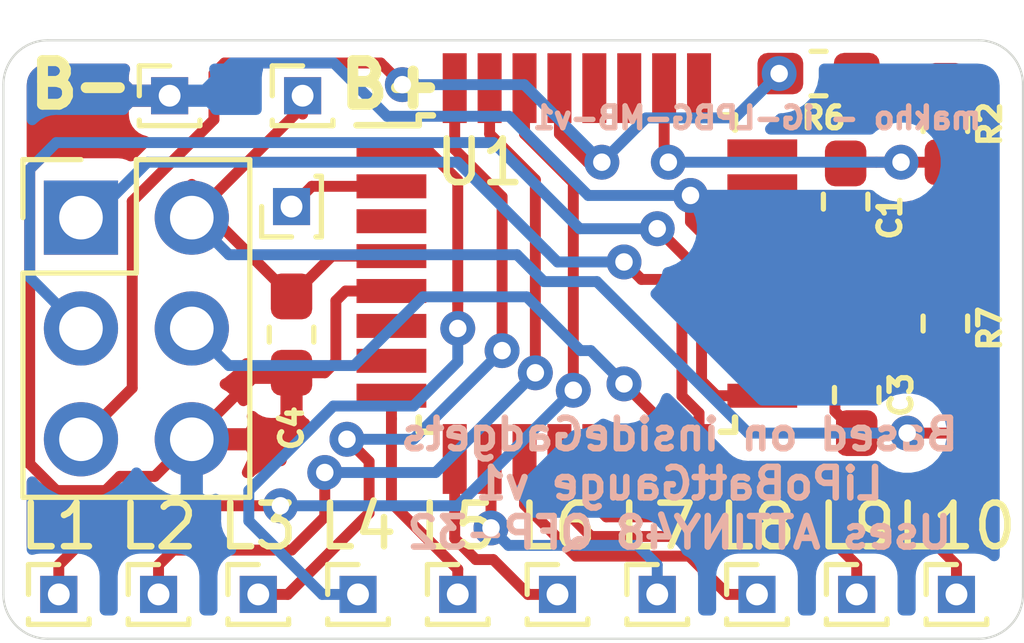
<source format=kicad_pcb>
(kicad_pcb (version 20171130) (host pcbnew 5.1.4+dfsg1-1)

  (general
    (thickness 1.6)
    (drawings 12)
    (tracks 222)
    (zones 0)
    (modules 21)
    (nets 19)
  )

  (page A4)
  (layers
    (0 F.Cu signal)
    (31 B.Cu signal)
    (32 B.Adhes user)
    (33 F.Adhes user)
    (34 B.Paste user)
    (35 F.Paste user)
    (36 B.SilkS user)
    (37 F.SilkS user)
    (38 B.Mask user)
    (39 F.Mask user)
    (40 Dwgs.User user hide)
    (41 Cmts.User user)
    (42 Eco1.User user)
    (43 Eco2.User user)
    (44 Edge.Cuts user)
    (45 Margin user)
    (46 B.CrtYd user hide)
    (47 F.CrtYd user hide)
    (48 B.Fab user hide)
    (49 F.Fab user hide)
  )

  (setup
    (last_trace_width 0.25)
    (trace_clearance 0.2)
    (zone_clearance 0.508)
    (zone_45_only no)
    (trace_min 0.2)
    (via_size 0.8)
    (via_drill 0.4)
    (via_min_size 0.4)
    (via_min_drill 0.3)
    (uvia_size 0.3)
    (uvia_drill 0.1)
    (uvias_allowed no)
    (uvia_min_size 0.2)
    (uvia_min_drill 0.1)
    (edge_width 0.05)
    (segment_width 0.2)
    (pcb_text_width 0.3)
    (pcb_text_size 1.5 1.5)
    (mod_edge_width 0.12)
    (mod_text_size 1 1)
    (mod_text_width 0.15)
    (pad_size 1.524 1.524)
    (pad_drill 0.762)
    (pad_to_mask_clearance 0.051)
    (solder_mask_min_width 0.25)
    (aux_axis_origin 0 0)
    (visible_elements FFFFFF7F)
    (pcbplotparams
      (layerselection 0x0103c_ffffffff)
      (usegerberextensions true)
      (usegerberattributes false)
      (usegerberadvancedattributes false)
      (creategerberjobfile false)
      (excludeedgelayer true)
      (linewidth 0.100000)
      (plotframeref false)
      (viasonmask false)
      (mode 1)
      (useauxorigin false)
      (hpglpennumber 1)
      (hpglpenspeed 20)
      (hpglpendiameter 15.000000)
      (psnegative false)
      (psa4output false)
      (plotreference true)
      (plotvalue true)
      (plotinvisibletext false)
      (padsonsilk false)
      (subtractmaskfromsilk false)
      (outputformat 1)
      (mirror false)
      (drillshape 0)
      (scaleselection 1)
      (outputdirectory "gerbers/"))
  )

  (net 0 "")
  (net 1 "Net-(AFTER_POWER_SWITCH1-Pad1)")
  (net 2 GND)
  (net 3 "Net-(C1-Pad1)")
  (net 4 VCC)
  (net 5 RESET)
  (net 6 MOSI)
  (net 7 SCK)
  (net 8 MISO)
  (net 9 "Net-(LED1-Pad1)")
  (net 10 "Net-(LED2-Pad1)")
  (net 11 "Net-(LED3-Pad1)")
  (net 12 "Net-(LED4-Pad1)")
  (net 13 "Net-(LED5-Pad1)")
  (net 14 "Net-(LED6-Pad1)")
  (net 15 "Net-(LED7-Pad1)")
  (net 16 "Net-(LED8-Pad1)")
  (net 17 "Net-(LED9-Pad1)")
  (net 18 "Net-(LED10-Pad1)")

  (net_class Default "This is the default net class."
    (clearance 0.2)
    (trace_width 0.25)
    (via_dia 0.8)
    (via_drill 0.4)
    (uvia_dia 0.3)
    (uvia_drill 0.1)
    (add_net GND)
    (add_net MISO)
    (add_net MOSI)
    (add_net "Net-(AFTER_POWER_SWITCH1-Pad1)")
    (add_net "Net-(C1-Pad1)")
    (add_net "Net-(LED1-Pad1)")
    (add_net "Net-(LED10-Pad1)")
    (add_net "Net-(LED2-Pad1)")
    (add_net "Net-(LED3-Pad1)")
    (add_net "Net-(LED4-Pad1)")
    (add_net "Net-(LED5-Pad1)")
    (add_net "Net-(LED6-Pad1)")
    (add_net "Net-(LED7-Pad1)")
    (add_net "Net-(LED8-Pad1)")
    (add_net "Net-(LED9-Pad1)")
    (add_net RESET)
    (add_net SCK)
    (add_net VCC)
  )

  (module Package_QFP:TQFP-32_7x7mm_P0.8mm (layer F.Cu) (tedit 5A02F146) (tstamp 5DCA93A3)
    (at 36.766 28.968)
    (descr "32-Lead Plastic Thin Quad Flatpack (PT) - 7x7x1.0 mm Body, 2.00 mm [TQFP] (see Microchip Packaging Specification 00000049BS.pdf)")
    (tags "QFP 0.8")
    (path /5DCA60D1)
    (attr smd)
    (fp_text reference U1 (at -2.222 -2.552) (layer F.SilkS)
      (effects (font (size 1 1) (thickness 0.15)))
    )
    (fp_text value ATtiny48-AU (at 0 6.05) (layer F.Fab)
      (effects (font (size 1 1) (thickness 0.15)))
    )
    (fp_line (start -3.625 -3.4) (end -5.05 -3.4) (layer F.SilkS) (width 0.15))
    (fp_line (start 3.625 -3.625) (end 3.3 -3.625) (layer F.SilkS) (width 0.15))
    (fp_line (start 3.625 3.625) (end 3.3 3.625) (layer F.SilkS) (width 0.15))
    (fp_line (start -3.625 3.625) (end -3.3 3.625) (layer F.SilkS) (width 0.15))
    (fp_line (start -3.625 -3.625) (end -3.3 -3.625) (layer F.SilkS) (width 0.15))
    (fp_line (start -3.625 3.625) (end -3.625 3.3) (layer F.SilkS) (width 0.15))
    (fp_line (start 3.625 3.625) (end 3.625 3.3) (layer F.SilkS) (width 0.15))
    (fp_line (start 3.625 -3.625) (end 3.625 -3.3) (layer F.SilkS) (width 0.15))
    (fp_line (start -3.625 -3.625) (end -3.625 -3.4) (layer F.SilkS) (width 0.15))
    (fp_line (start -5.3 5.3) (end 5.3 5.3) (layer F.CrtYd) (width 0.05))
    (fp_line (start -5.3 -5.3) (end 5.3 -5.3) (layer F.CrtYd) (width 0.05))
    (fp_line (start 5.3 -5.3) (end 5.3 5.3) (layer F.CrtYd) (width 0.05))
    (fp_line (start -5.3 -5.3) (end -5.3 5.3) (layer F.CrtYd) (width 0.05))
    (fp_line (start -3.5 -2.5) (end -2.5 -3.5) (layer F.Fab) (width 0.15))
    (fp_line (start -3.5 3.5) (end -3.5 -2.5) (layer F.Fab) (width 0.15))
    (fp_line (start 3.5 3.5) (end -3.5 3.5) (layer F.Fab) (width 0.15))
    (fp_line (start 3.5 -3.5) (end 3.5 3.5) (layer F.Fab) (width 0.15))
    (fp_line (start -2.5 -3.5) (end 3.5 -3.5) (layer F.Fab) (width 0.15))
    (fp_text user %R (at 0 0) (layer F.Fab)
      (effects (font (size 1 1) (thickness 0.15)))
    )
    (pad 32 smd rect (at -2.8 -4.25 90) (size 1.6 0.55) (layers F.Cu F.Paste F.Mask)
      (net 11 "Net-(LED3-Pad1)"))
    (pad 31 smd rect (at -2 -4.25 90) (size 1.6 0.55) (layers F.Cu F.Paste F.Mask)
      (net 10 "Net-(LED2-Pad1)"))
    (pad 30 smd rect (at -1.2 -4.25 90) (size 1.6 0.55) (layers F.Cu F.Paste F.Mask)
      (net 9 "Net-(LED1-Pad1)"))
    (pad 29 smd rect (at -0.4 -4.25 90) (size 1.6 0.55) (layers F.Cu F.Paste F.Mask)
      (net 5 RESET))
    (pad 28 smd rect (at 0.4 -4.25 90) (size 1.6 0.55) (layers F.Cu F.Paste F.Mask))
    (pad 27 smd rect (at 1.2 -4.25 90) (size 1.6 0.55) (layers F.Cu F.Paste F.Mask))
    (pad 26 smd rect (at 2 -4.25 90) (size 1.6 0.55) (layers F.Cu F.Paste F.Mask)
      (net 3 "Net-(C1-Pad1)"))
    (pad 25 smd rect (at 2.8 -4.25 90) (size 1.6 0.55) (layers F.Cu F.Paste F.Mask))
    (pad 24 smd rect (at 4.25 -2.8) (size 1.6 0.55) (layers F.Cu F.Paste F.Mask))
    (pad 23 smd rect (at 4.25 -2) (size 1.6 0.55) (layers F.Cu F.Paste F.Mask))
    (pad 22 smd rect (at 4.25 -1.2) (size 1.6 0.55) (layers F.Cu F.Paste F.Mask))
    (pad 21 smd rect (at 4.25 -0.4) (size 1.6 0.55) (layers F.Cu F.Paste F.Mask)
      (net 2 GND))
    (pad 20 smd rect (at 4.25 0.4) (size 1.6 0.55) (layers F.Cu F.Paste F.Mask))
    (pad 19 smd rect (at 4.25 1.2) (size 1.6 0.55) (layers F.Cu F.Paste F.Mask))
    (pad 18 smd rect (at 4.25 2) (size 1.6 0.55) (layers F.Cu F.Paste F.Mask)
      (net 4 VCC))
    (pad 17 smd rect (at 4.25 2.8) (size 1.6 0.55) (layers F.Cu F.Paste F.Mask)
      (net 7 SCK))
    (pad 16 smd rect (at 2.8 4.25 90) (size 1.6 0.55) (layers F.Cu F.Paste F.Mask)
      (net 8 MISO))
    (pad 15 smd rect (at 2 4.25 90) (size 1.6 0.55) (layers F.Cu F.Paste F.Mask)
      (net 6 MOSI))
    (pad 14 smd rect (at 1.2 4.25 90) (size 1.6 0.55) (layers F.Cu F.Paste F.Mask))
    (pad 13 smd rect (at 0.4 4.25 90) (size 1.6 0.55) (layers F.Cu F.Paste F.Mask)
      (net 18 "Net-(LED10-Pad1)"))
    (pad 12 smd rect (at -0.4 4.25 90) (size 1.6 0.55) (layers F.Cu F.Paste F.Mask)
      (net 17 "Net-(LED9-Pad1)"))
    (pad 11 smd rect (at -1.2 4.25 90) (size 1.6 0.55) (layers F.Cu F.Paste F.Mask)
      (net 16 "Net-(LED8-Pad1)"))
    (pad 10 smd rect (at -2 4.25 90) (size 1.6 0.55) (layers F.Cu F.Paste F.Mask)
      (net 15 "Net-(LED7-Pad1)"))
    (pad 9 smd rect (at -2.8 4.25 90) (size 1.6 0.55) (layers F.Cu F.Paste F.Mask)
      (net 14 "Net-(LED6-Pad1)"))
    (pad 8 smd rect (at -4.25 2.8) (size 1.6 0.55) (layers F.Cu F.Paste F.Mask)
      (net 13 "Net-(LED5-Pad1)"))
    (pad 7 smd rect (at -4.25 2) (size 1.6 0.55) (layers F.Cu F.Paste F.Mask))
    (pad 6 smd rect (at -4.25 1.2) (size 1.6 0.55) (layers F.Cu F.Paste F.Mask))
    (pad 5 smd rect (at -4.25 0.4) (size 1.6 0.55) (layers F.Cu F.Paste F.Mask)
      (net 2 GND))
    (pad 4 smd rect (at -4.25 -0.4) (size 1.6 0.55) (layers F.Cu F.Paste F.Mask)
      (net 4 VCC))
    (pad 3 smd rect (at -4.25 -1.2) (size 1.6 0.55) (layers F.Cu F.Paste F.Mask))
    (pad 2 smd rect (at -4.25 -2) (size 1.6 0.55) (layers F.Cu F.Paste F.Mask)
      (net 1 "Net-(AFTER_POWER_SWITCH1-Pad1)"))
    (pad 1 smd rect (at -4.25 -2.8) (size 1.6 0.55) (layers F.Cu F.Paste F.Mask)
      (net 12 "Net-(LED4-Pad1)"))
    (model ${KISYS3DMOD}/Package_QFP.3dshapes/TQFP-32_7x7mm_P0.8mm.wrl
      (at (xyz 0 0 0))
      (scale (xyz 1 1 1))
      (rotate (xyz 0 0 0))
    )
  )

  (module Resistor_SMD:R_0603_1608Metric_Pad1.05x0.95mm_HandSolder (layer F.Cu) (tedit 5B301BBD) (tstamp 5DCAA47C)
    (at 45.212 30.113 270)
    (descr "Resistor SMD 0603 (1608 Metric), square (rectangular) end terminal, IPC_7351 nominal with elongated pad for handsoldering. (Body size source: http://www.tortai-tech.com/upload/download/2011102023233369053.pdf), generated with kicad-footprint-generator")
    (tags "resistor handsolder")
    (path /5DCF959D)
    (attr smd)
    (fp_text reference R7 (at 0.113 -1.016 90) (layer F.SilkS)
      (effects (font (size 0.5 0.5) (thickness 0.125)))
    )
    (fp_text value 320K (at 0 1.43 90) (layer F.Fab)
      (effects (font (size 1 1) (thickness 0.15)))
    )
    (fp_text user %R (at 0 0 90) (layer F.Fab)
      (effects (font (size 0.4 0.4) (thickness 0.06)))
    )
    (fp_line (start 1.65 0.73) (end -1.65 0.73) (layer F.CrtYd) (width 0.05))
    (fp_line (start 1.65 -0.73) (end 1.65 0.73) (layer F.CrtYd) (width 0.05))
    (fp_line (start -1.65 -0.73) (end 1.65 -0.73) (layer F.CrtYd) (width 0.05))
    (fp_line (start -1.65 0.73) (end -1.65 -0.73) (layer F.CrtYd) (width 0.05))
    (fp_line (start -0.171267 0.51) (end 0.171267 0.51) (layer F.SilkS) (width 0.12))
    (fp_line (start -0.171267 -0.51) (end 0.171267 -0.51) (layer F.SilkS) (width 0.12))
    (fp_line (start 0.8 0.4) (end -0.8 0.4) (layer F.Fab) (width 0.1))
    (fp_line (start 0.8 -0.4) (end 0.8 0.4) (layer F.Fab) (width 0.1))
    (fp_line (start -0.8 -0.4) (end 0.8 -0.4) (layer F.Fab) (width 0.1))
    (fp_line (start -0.8 0.4) (end -0.8 -0.4) (layer F.Fab) (width 0.1))
    (pad 2 smd roundrect (at 0.875 0 270) (size 1.05 0.95) (layers F.Cu F.Paste F.Mask) (roundrect_rratio 0.25)
      (net 2 GND))
    (pad 1 smd roundrect (at -0.875 0 270) (size 1.05 0.95) (layers F.Cu F.Paste F.Mask) (roundrect_rratio 0.25)
      (net 3 "Net-(C1-Pad1)"))
    (model ${KISYS3DMOD}/Resistor_SMD.3dshapes/R_0603_1608Metric.wrl
      (at (xyz 0 0 0))
      (scale (xyz 1 1 1))
      (rotate (xyz 0 0 0))
    )
  )

  (module Resistor_SMD:R_0603_1608Metric_Pad1.05x0.95mm_HandSolder (layer F.Cu) (tedit 5B301BBD) (tstamp 5DCA930E)
    (at 42.305 24.384 180)
    (descr "Resistor SMD 0603 (1608 Metric), square (rectangular) end terminal, IPC_7351 nominal with elongated pad for handsoldering. (Body size source: http://www.tortai-tech.com/upload/download/2011102023233369053.pdf), generated with kicad-footprint-generator")
    (tags "resistor handsolder")
    (path /5DCA4EA5)
    (attr smd)
    (fp_text reference R6 (at -0.113 -1.016) (layer F.SilkS)
      (effects (font (size 0.5 0.5) (thickness 0.125)))
    )
    (fp_text value 10K (at 0 1.43) (layer F.Fab)
      (effects (font (size 1 1) (thickness 0.15)))
    )
    (fp_text user %R (at 0 0) (layer F.Fab)
      (effects (font (size 0.4 0.4) (thickness 0.06)))
    )
    (fp_line (start 1.65 0.73) (end -1.65 0.73) (layer F.CrtYd) (width 0.05))
    (fp_line (start 1.65 -0.73) (end 1.65 0.73) (layer F.CrtYd) (width 0.05))
    (fp_line (start -1.65 -0.73) (end 1.65 -0.73) (layer F.CrtYd) (width 0.05))
    (fp_line (start -1.65 0.73) (end -1.65 -0.73) (layer F.CrtYd) (width 0.05))
    (fp_line (start -0.171267 0.51) (end 0.171267 0.51) (layer F.SilkS) (width 0.12))
    (fp_line (start -0.171267 -0.51) (end 0.171267 -0.51) (layer F.SilkS) (width 0.12))
    (fp_line (start 0.8 0.4) (end -0.8 0.4) (layer F.Fab) (width 0.1))
    (fp_line (start 0.8 -0.4) (end 0.8 0.4) (layer F.Fab) (width 0.1))
    (fp_line (start -0.8 -0.4) (end 0.8 -0.4) (layer F.Fab) (width 0.1))
    (fp_line (start -0.8 0.4) (end -0.8 -0.4) (layer F.Fab) (width 0.1))
    (pad 2 smd roundrect (at 0.875 0 180) (size 1.05 0.95) (layers F.Cu F.Paste F.Mask) (roundrect_rratio 0.25)
      (net 5 RESET))
    (pad 1 smd roundrect (at -0.875 0 180) (size 1.05 0.95) (layers F.Cu F.Paste F.Mask) (roundrect_rratio 0.25)
      (net 4 VCC))
    (model ${KISYS3DMOD}/Resistor_SMD.3dshapes/R_0603_1608Metric.wrl
      (at (xyz 0 0 0))
      (scale (xyz 1 1 1))
      (rotate (xyz 0 0 0))
    )
  )

  (module Resistor_SMD:R_0603_1608Metric_Pad1.05x0.95mm_HandSolder (layer F.Cu) (tedit 5B301BBD) (tstamp 5DCA941F)
    (at 45.212 25.541 270)
    (descr "Resistor SMD 0603 (1608 Metric), square (rectangular) end terminal, IPC_7351 nominal with elongated pad for handsoldering. (Body size source: http://www.tortai-tech.com/upload/download/2011102023233369053.pdf), generated with kicad-footprint-generator")
    (tags "resistor handsolder")
    (path /5DCF8601)
    (attr smd)
    (fp_text reference R2 (at 0 -1.016 90) (layer F.SilkS)
      (effects (font (size 0.5 0.5) (thickness 0.125)))
    )
    (fp_text value 1M (at 0 1.43 90) (layer F.Fab)
      (effects (font (size 1 1) (thickness 0.15)))
    )
    (fp_text user %R (at 0 0 90) (layer F.Fab)
      (effects (font (size 0.4 0.4) (thickness 0.06)))
    )
    (fp_line (start 1.65 0.73) (end -1.65 0.73) (layer F.CrtYd) (width 0.05))
    (fp_line (start 1.65 -0.73) (end 1.65 0.73) (layer F.CrtYd) (width 0.05))
    (fp_line (start -1.65 -0.73) (end 1.65 -0.73) (layer F.CrtYd) (width 0.05))
    (fp_line (start -1.65 0.73) (end -1.65 -0.73) (layer F.CrtYd) (width 0.05))
    (fp_line (start -0.171267 0.51) (end 0.171267 0.51) (layer F.SilkS) (width 0.12))
    (fp_line (start -0.171267 -0.51) (end 0.171267 -0.51) (layer F.SilkS) (width 0.12))
    (fp_line (start 0.8 0.4) (end -0.8 0.4) (layer F.Fab) (width 0.1))
    (fp_line (start 0.8 -0.4) (end 0.8 0.4) (layer F.Fab) (width 0.1))
    (fp_line (start -0.8 -0.4) (end 0.8 -0.4) (layer F.Fab) (width 0.1))
    (fp_line (start -0.8 0.4) (end -0.8 -0.4) (layer F.Fab) (width 0.1))
    (pad 2 smd roundrect (at 0.875 0 270) (size 1.05 0.95) (layers F.Cu F.Paste F.Mask) (roundrect_rratio 0.25)
      (net 3 "Net-(C1-Pad1)"))
    (pad 1 smd roundrect (at -0.875 0 270) (size 1.05 0.95) (layers F.Cu F.Paste F.Mask) (roundrect_rratio 0.25)
      (net 4 VCC))
    (model ${KISYS3DMOD}/Resistor_SMD.3dshapes/R_0603_1608Metric.wrl
      (at (xyz 0 0 0))
      (scale (xyz 1 1 1))
      (rotate (xyz 0 0 0))
    )
  )

  (module Connector_PinHeader_1.00mm:PinHeader_1x01_P1.00mm_Vertical (layer F.Cu) (tedit 59FED738) (tstamp 5DCA9454)
    (at 27.432 24.892)
    (descr "Through hole straight pin header, 1x01, 1.00mm pitch, single row")
    (tags "Through hole pin header THT 1x01 1.00mm single row")
    (path /5DCDDCA7)
    (fp_text reference LIPO-1 (at 0 -1.56) (layer F.SilkS) hide
      (effects (font (size 1 1) (thickness 0.15)))
    )
    (fp_text value Conn_01x01 (at 0 1.56) (layer F.Fab)
      (effects (font (size 1 1) (thickness 0.15)))
    )
    (fp_text user %R (at 0 0 90) (layer F.Fab)
      (effects (font (size 0.76 0.76) (thickness 0.114)))
    )
    (fp_line (start 1.15 -1) (end -1.15 -1) (layer F.CrtYd) (width 0.05))
    (fp_line (start 1.15 1) (end 1.15 -1) (layer F.CrtYd) (width 0.05))
    (fp_line (start -1.15 1) (end 1.15 1) (layer F.CrtYd) (width 0.05))
    (fp_line (start -1.15 -1) (end -1.15 1) (layer F.CrtYd) (width 0.05))
    (fp_line (start -0.695 -0.685) (end 0 -0.685) (layer F.SilkS) (width 0.12))
    (fp_line (start -0.695 0) (end -0.695 -0.685) (layer F.SilkS) (width 0.12))
    (fp_line (start 0.608276 0.685) (end 0.695 0.685) (layer F.SilkS) (width 0.12))
    (fp_line (start -0.695 0.685) (end -0.608276 0.685) (layer F.SilkS) (width 0.12))
    (fp_line (start 0.695 0.685) (end 0.695 0.56) (layer F.SilkS) (width 0.12))
    (fp_line (start -0.695 0.685) (end -0.695 0.56) (layer F.SilkS) (width 0.12))
    (fp_line (start -0.695 0.685) (end 0.695 0.685) (layer F.SilkS) (width 0.12))
    (fp_line (start -0.635 -0.1825) (end -0.3175 -0.5) (layer F.Fab) (width 0.1))
    (fp_line (start -0.635 0.5) (end -0.635 -0.1825) (layer F.Fab) (width 0.1))
    (fp_line (start 0.635 0.5) (end -0.635 0.5) (layer F.Fab) (width 0.1))
    (fp_line (start 0.635 -0.5) (end 0.635 0.5) (layer F.Fab) (width 0.1))
    (fp_line (start -0.3175 -0.5) (end 0.635 -0.5) (layer F.Fab) (width 0.1))
    (pad 1 thru_hole rect (at 0 0) (size 0.85 0.85) (drill 0.5) (layers *.Cu *.Mask)
      (net 2 GND))
    (model ${KISYS3DMOD}/Connector_PinHeader_1.00mm.3dshapes/PinHeader_1x01_P1.00mm_Vertical.wrl
      (at (xyz 0 0 0))
      (scale (xyz 1 1 1))
      (rotate (xyz 0 0 0))
    )
  )

  (module Connector_PinHeader_1.00mm:PinHeader_1x01_P1.00mm_Vertical (layer F.Cu) (tedit 59FED738) (tstamp 5DCA9493)
    (at 30.48 24.892)
    (descr "Through hole straight pin header, 1x01, 1.00mm pitch, single row")
    (tags "Through hole pin header THT 1x01 1.00mm single row")
    (path /5DCDD0E2)
    (fp_text reference LIPO+1 (at 0 -1.56) (layer F.SilkS) hide
      (effects (font (size 1 1) (thickness 0.15)))
    )
    (fp_text value Conn_01x01 (at 0 1.56) (layer F.Fab)
      (effects (font (size 1 1) (thickness 0.15)))
    )
    (fp_text user %R (at 0 0 90) (layer F.Fab)
      (effects (font (size 0.76 0.76) (thickness 0.114)))
    )
    (fp_line (start 1.15 -1) (end -1.15 -1) (layer F.CrtYd) (width 0.05))
    (fp_line (start 1.15 1) (end 1.15 -1) (layer F.CrtYd) (width 0.05))
    (fp_line (start -1.15 1) (end 1.15 1) (layer F.CrtYd) (width 0.05))
    (fp_line (start -1.15 -1) (end -1.15 1) (layer F.CrtYd) (width 0.05))
    (fp_line (start -0.695 -0.685) (end 0 -0.685) (layer F.SilkS) (width 0.12))
    (fp_line (start -0.695 0) (end -0.695 -0.685) (layer F.SilkS) (width 0.12))
    (fp_line (start 0.608276 0.685) (end 0.695 0.685) (layer F.SilkS) (width 0.12))
    (fp_line (start -0.695 0.685) (end -0.608276 0.685) (layer F.SilkS) (width 0.12))
    (fp_line (start 0.695 0.685) (end 0.695 0.56) (layer F.SilkS) (width 0.12))
    (fp_line (start -0.695 0.685) (end -0.695 0.56) (layer F.SilkS) (width 0.12))
    (fp_line (start -0.695 0.685) (end 0.695 0.685) (layer F.SilkS) (width 0.12))
    (fp_line (start -0.635 -0.1825) (end -0.3175 -0.5) (layer F.Fab) (width 0.1))
    (fp_line (start -0.635 0.5) (end -0.635 -0.1825) (layer F.Fab) (width 0.1))
    (fp_line (start 0.635 0.5) (end -0.635 0.5) (layer F.Fab) (width 0.1))
    (fp_line (start 0.635 -0.5) (end 0.635 0.5) (layer F.Fab) (width 0.1))
    (fp_line (start -0.3175 -0.5) (end 0.635 -0.5) (layer F.Fab) (width 0.1))
    (pad 1 thru_hole rect (at 0 0) (size 0.85 0.85) (drill 0.5) (layers *.Cu *.Mask)
      (net 4 VCC))
    (model ${KISYS3DMOD}/Connector_PinHeader_1.00mm.3dshapes/PinHeader_1x01_P1.00mm_Vertical.wrl
      (at (xyz 0 0 0))
      (scale (xyz 1 1 1))
      (rotate (xyz 0 0 0))
    )
  )

  (module Connector_PinHeader_1.00mm:PinHeader_1x01_P1.00mm_Vertical (layer F.Cu) (tedit 59FED738) (tstamp 5DCA94D2)
    (at 45.466 36.322)
    (descr "Through hole straight pin header, 1x01, 1.00mm pitch, single row")
    (tags "Through hole pin header THT 1x01 1.00mm single row")
    (path /5DCE178B)
    (fp_text reference L10 (at 0 -1.56) (layer F.SilkS)
      (effects (font (size 1 1) (thickness 0.15)))
    )
    (fp_text value Conn_01x01 (at 0 1.56) (layer F.Fab)
      (effects (font (size 1 1) (thickness 0.15)))
    )
    (fp_text user %R (at 0 0 90) (layer F.Fab)
      (effects (font (size 0.76 0.76) (thickness 0.114)))
    )
    (fp_line (start 1.15 -1) (end -1.15 -1) (layer F.CrtYd) (width 0.05))
    (fp_line (start 1.15 1) (end 1.15 -1) (layer F.CrtYd) (width 0.05))
    (fp_line (start -1.15 1) (end 1.15 1) (layer F.CrtYd) (width 0.05))
    (fp_line (start -1.15 -1) (end -1.15 1) (layer F.CrtYd) (width 0.05))
    (fp_line (start -0.695 -0.685) (end 0 -0.685) (layer F.SilkS) (width 0.12))
    (fp_line (start -0.695 0) (end -0.695 -0.685) (layer F.SilkS) (width 0.12))
    (fp_line (start 0.608276 0.685) (end 0.695 0.685) (layer F.SilkS) (width 0.12))
    (fp_line (start -0.695 0.685) (end -0.608276 0.685) (layer F.SilkS) (width 0.12))
    (fp_line (start 0.695 0.685) (end 0.695 0.56) (layer F.SilkS) (width 0.12))
    (fp_line (start -0.695 0.685) (end -0.695 0.56) (layer F.SilkS) (width 0.12))
    (fp_line (start -0.695 0.685) (end 0.695 0.685) (layer F.SilkS) (width 0.12))
    (fp_line (start -0.635 -0.1825) (end -0.3175 -0.5) (layer F.Fab) (width 0.1))
    (fp_line (start -0.635 0.5) (end -0.635 -0.1825) (layer F.Fab) (width 0.1))
    (fp_line (start 0.635 0.5) (end -0.635 0.5) (layer F.Fab) (width 0.1))
    (fp_line (start 0.635 -0.5) (end 0.635 0.5) (layer F.Fab) (width 0.1))
    (fp_line (start -0.3175 -0.5) (end 0.635 -0.5) (layer F.Fab) (width 0.1))
    (pad 1 thru_hole rect (at 0 0) (size 0.85 0.85) (drill 0.5) (layers *.Cu *.Mask)
      (net 18 "Net-(LED10-Pad1)"))
    (model ${KISYS3DMOD}/Connector_PinHeader_1.00mm.3dshapes/PinHeader_1x01_P1.00mm_Vertical.wrl
      (at (xyz 0 0 0))
      (scale (xyz 1 1 1))
      (rotate (xyz 0 0 0))
    )
  )

  (module Connector_PinHeader_1.00mm:PinHeader_1x01_P1.00mm_Vertical (layer F.Cu) (tedit 59FED738) (tstamp 5DCA9CF9)
    (at 43.18 36.322)
    (descr "Through hole straight pin header, 1x01, 1.00mm pitch, single row")
    (tags "Through hole pin header THT 1x01 1.00mm single row")
    (path /5DCE13CA)
    (fp_text reference L9 (at 0 -1.56) (layer F.SilkS)
      (effects (font (size 1 1) (thickness 0.15)))
    )
    (fp_text value Conn_01x01 (at 0 1.56) (layer F.Fab)
      (effects (font (size 1 1) (thickness 0.15)))
    )
    (fp_text user %R (at 0 0 90) (layer F.Fab)
      (effects (font (size 0.76 0.76) (thickness 0.114)))
    )
    (fp_line (start 1.15 -1) (end -1.15 -1) (layer F.CrtYd) (width 0.05))
    (fp_line (start 1.15 1) (end 1.15 -1) (layer F.CrtYd) (width 0.05))
    (fp_line (start -1.15 1) (end 1.15 1) (layer F.CrtYd) (width 0.05))
    (fp_line (start -1.15 -1) (end -1.15 1) (layer F.CrtYd) (width 0.05))
    (fp_line (start -0.695 -0.685) (end 0 -0.685) (layer F.SilkS) (width 0.12))
    (fp_line (start -0.695 0) (end -0.695 -0.685) (layer F.SilkS) (width 0.12))
    (fp_line (start 0.608276 0.685) (end 0.695 0.685) (layer F.SilkS) (width 0.12))
    (fp_line (start -0.695 0.685) (end -0.608276 0.685) (layer F.SilkS) (width 0.12))
    (fp_line (start 0.695 0.685) (end 0.695 0.56) (layer F.SilkS) (width 0.12))
    (fp_line (start -0.695 0.685) (end -0.695 0.56) (layer F.SilkS) (width 0.12))
    (fp_line (start -0.695 0.685) (end 0.695 0.685) (layer F.SilkS) (width 0.12))
    (fp_line (start -0.635 -0.1825) (end -0.3175 -0.5) (layer F.Fab) (width 0.1))
    (fp_line (start -0.635 0.5) (end -0.635 -0.1825) (layer F.Fab) (width 0.1))
    (fp_line (start 0.635 0.5) (end -0.635 0.5) (layer F.Fab) (width 0.1))
    (fp_line (start 0.635 -0.5) (end 0.635 0.5) (layer F.Fab) (width 0.1))
    (fp_line (start -0.3175 -0.5) (end 0.635 -0.5) (layer F.Fab) (width 0.1))
    (pad 1 thru_hole rect (at 0 0) (size 0.85 0.85) (drill 0.5) (layers *.Cu *.Mask)
      (net 17 "Net-(LED9-Pad1)"))
    (model ${KISYS3DMOD}/Connector_PinHeader_1.00mm.3dshapes/PinHeader_1x01_P1.00mm_Vertical.wrl
      (at (xyz 0 0 0))
      (scale (xyz 1 1 1))
      (rotate (xyz 0 0 0))
    )
  )

  (module Connector_PinHeader_1.00mm:PinHeader_1x01_P1.00mm_Vertical (layer F.Cu) (tedit 59FED738) (tstamp 5DCA9550)
    (at 40.894 36.322)
    (descr "Through hole straight pin header, 1x01, 1.00mm pitch, single row")
    (tags "Through hole pin header THT 1x01 1.00mm single row")
    (path /5DCC0A4F)
    (fp_text reference L8 (at 0 -1.56) (layer F.SilkS)
      (effects (font (size 1 1) (thickness 0.15)))
    )
    (fp_text value Conn_01x01 (at 0 1.56) (layer F.Fab)
      (effects (font (size 1 1) (thickness 0.15)))
    )
    (fp_text user %R (at 0 0 90) (layer F.Fab)
      (effects (font (size 0.76 0.76) (thickness 0.114)))
    )
    (fp_line (start 1.15 -1) (end -1.15 -1) (layer F.CrtYd) (width 0.05))
    (fp_line (start 1.15 1) (end 1.15 -1) (layer F.CrtYd) (width 0.05))
    (fp_line (start -1.15 1) (end 1.15 1) (layer F.CrtYd) (width 0.05))
    (fp_line (start -1.15 -1) (end -1.15 1) (layer F.CrtYd) (width 0.05))
    (fp_line (start -0.695 -0.685) (end 0 -0.685) (layer F.SilkS) (width 0.12))
    (fp_line (start -0.695 0) (end -0.695 -0.685) (layer F.SilkS) (width 0.12))
    (fp_line (start 0.608276 0.685) (end 0.695 0.685) (layer F.SilkS) (width 0.12))
    (fp_line (start -0.695 0.685) (end -0.608276 0.685) (layer F.SilkS) (width 0.12))
    (fp_line (start 0.695 0.685) (end 0.695 0.56) (layer F.SilkS) (width 0.12))
    (fp_line (start -0.695 0.685) (end -0.695 0.56) (layer F.SilkS) (width 0.12))
    (fp_line (start -0.695 0.685) (end 0.695 0.685) (layer F.SilkS) (width 0.12))
    (fp_line (start -0.635 -0.1825) (end -0.3175 -0.5) (layer F.Fab) (width 0.1))
    (fp_line (start -0.635 0.5) (end -0.635 -0.1825) (layer F.Fab) (width 0.1))
    (fp_line (start 0.635 0.5) (end -0.635 0.5) (layer F.Fab) (width 0.1))
    (fp_line (start 0.635 -0.5) (end 0.635 0.5) (layer F.Fab) (width 0.1))
    (fp_line (start -0.3175 -0.5) (end 0.635 -0.5) (layer F.Fab) (width 0.1))
    (pad 1 thru_hole rect (at 0 0) (size 0.85 0.85) (drill 0.5) (layers *.Cu *.Mask)
      (net 16 "Net-(LED8-Pad1)"))
    (model ${KISYS3DMOD}/Connector_PinHeader_1.00mm.3dshapes/PinHeader_1x01_P1.00mm_Vertical.wrl
      (at (xyz 0 0 0))
      (scale (xyz 1 1 1))
      (rotate (xyz 0 0 0))
    )
  )

  (module Connector_PinHeader_1.00mm:PinHeader_1x01_P1.00mm_Vertical (layer F.Cu) (tedit 59FED738) (tstamp 5DCA958F)
    (at 38.608 36.322)
    (descr "Through hole straight pin header, 1x01, 1.00mm pitch, single row")
    (tags "Through hole pin header THT 1x01 1.00mm single row")
    (path /5DCC1C60)
    (fp_text reference L7 (at 0 -1.56) (layer F.SilkS)
      (effects (font (size 1 1) (thickness 0.15)))
    )
    (fp_text value Conn_01x01 (at 0 1.56) (layer F.Fab)
      (effects (font (size 1 1) (thickness 0.15)))
    )
    (fp_text user %R (at 0 0 90) (layer F.Fab)
      (effects (font (size 0.76 0.76) (thickness 0.114)))
    )
    (fp_line (start 1.15 -1) (end -1.15 -1) (layer F.CrtYd) (width 0.05))
    (fp_line (start 1.15 1) (end 1.15 -1) (layer F.CrtYd) (width 0.05))
    (fp_line (start -1.15 1) (end 1.15 1) (layer F.CrtYd) (width 0.05))
    (fp_line (start -1.15 -1) (end -1.15 1) (layer F.CrtYd) (width 0.05))
    (fp_line (start -0.695 -0.685) (end 0 -0.685) (layer F.SilkS) (width 0.12))
    (fp_line (start -0.695 0) (end -0.695 -0.685) (layer F.SilkS) (width 0.12))
    (fp_line (start 0.608276 0.685) (end 0.695 0.685) (layer F.SilkS) (width 0.12))
    (fp_line (start -0.695 0.685) (end -0.608276 0.685) (layer F.SilkS) (width 0.12))
    (fp_line (start 0.695 0.685) (end 0.695 0.56) (layer F.SilkS) (width 0.12))
    (fp_line (start -0.695 0.685) (end -0.695 0.56) (layer F.SilkS) (width 0.12))
    (fp_line (start -0.695 0.685) (end 0.695 0.685) (layer F.SilkS) (width 0.12))
    (fp_line (start -0.635 -0.1825) (end -0.3175 -0.5) (layer F.Fab) (width 0.1))
    (fp_line (start -0.635 0.5) (end -0.635 -0.1825) (layer F.Fab) (width 0.1))
    (fp_line (start 0.635 0.5) (end -0.635 0.5) (layer F.Fab) (width 0.1))
    (fp_line (start 0.635 -0.5) (end 0.635 0.5) (layer F.Fab) (width 0.1))
    (fp_line (start -0.3175 -0.5) (end 0.635 -0.5) (layer F.Fab) (width 0.1))
    (pad 1 thru_hole rect (at 0 0) (size 0.85 0.85) (drill 0.5) (layers *.Cu *.Mask)
      (net 15 "Net-(LED7-Pad1)"))
    (model ${KISYS3DMOD}/Connector_PinHeader_1.00mm.3dshapes/PinHeader_1x01_P1.00mm_Vertical.wrl
      (at (xyz 0 0 0))
      (scale (xyz 1 1 1))
      (rotate (xyz 0 0 0))
    )
  )

  (module Connector_PinHeader_1.00mm:PinHeader_1x01_P1.00mm_Vertical (layer F.Cu) (tedit 59FED738) (tstamp 5DCA95CE)
    (at 36.322 36.322)
    (descr "Through hole straight pin header, 1x01, 1.00mm pitch, single row")
    (tags "Through hole pin header THT 1x01 1.00mm single row")
    (path /5DCC1FE3)
    (fp_text reference L6 (at 0 -1.56) (layer F.SilkS)
      (effects (font (size 1 1) (thickness 0.15)))
    )
    (fp_text value Conn_01x01 (at 0 1.56) (layer F.Fab)
      (effects (font (size 1 1) (thickness 0.15)))
    )
    (fp_text user %R (at 0 0 90) (layer F.Fab)
      (effects (font (size 0.76 0.76) (thickness 0.114)))
    )
    (fp_line (start 1.15 -1) (end -1.15 -1) (layer F.CrtYd) (width 0.05))
    (fp_line (start 1.15 1) (end 1.15 -1) (layer F.CrtYd) (width 0.05))
    (fp_line (start -1.15 1) (end 1.15 1) (layer F.CrtYd) (width 0.05))
    (fp_line (start -1.15 -1) (end -1.15 1) (layer F.CrtYd) (width 0.05))
    (fp_line (start -0.695 -0.685) (end 0 -0.685) (layer F.SilkS) (width 0.12))
    (fp_line (start -0.695 0) (end -0.695 -0.685) (layer F.SilkS) (width 0.12))
    (fp_line (start 0.608276 0.685) (end 0.695 0.685) (layer F.SilkS) (width 0.12))
    (fp_line (start -0.695 0.685) (end -0.608276 0.685) (layer F.SilkS) (width 0.12))
    (fp_line (start 0.695 0.685) (end 0.695 0.56) (layer F.SilkS) (width 0.12))
    (fp_line (start -0.695 0.685) (end -0.695 0.56) (layer F.SilkS) (width 0.12))
    (fp_line (start -0.695 0.685) (end 0.695 0.685) (layer F.SilkS) (width 0.12))
    (fp_line (start -0.635 -0.1825) (end -0.3175 -0.5) (layer F.Fab) (width 0.1))
    (fp_line (start -0.635 0.5) (end -0.635 -0.1825) (layer F.Fab) (width 0.1))
    (fp_line (start 0.635 0.5) (end -0.635 0.5) (layer F.Fab) (width 0.1))
    (fp_line (start 0.635 -0.5) (end 0.635 0.5) (layer F.Fab) (width 0.1))
    (fp_line (start -0.3175 -0.5) (end 0.635 -0.5) (layer F.Fab) (width 0.1))
    (pad 1 thru_hole rect (at 0 0) (size 0.85 0.85) (drill 0.5) (layers *.Cu *.Mask)
      (net 14 "Net-(LED6-Pad1)"))
    (model ${KISYS3DMOD}/Connector_PinHeader_1.00mm.3dshapes/PinHeader_1x01_P1.00mm_Vertical.wrl
      (at (xyz 0 0 0))
      (scale (xyz 1 1 1))
      (rotate (xyz 0 0 0))
    )
  )

  (module Connector_PinHeader_1.00mm:PinHeader_1x01_P1.00mm_Vertical (layer F.Cu) (tedit 59FED738) (tstamp 5DCA9256)
    (at 34.036 36.322)
    (descr "Through hole straight pin header, 1x01, 1.00mm pitch, single row")
    (tags "Through hole pin header THT 1x01 1.00mm single row")
    (path /5DCC23BD)
    (fp_text reference L5 (at 0 -1.56) (layer F.SilkS)
      (effects (font (size 1 1) (thickness 0.15)))
    )
    (fp_text value Conn_01x01 (at 0 1.56) (layer F.Fab)
      (effects (font (size 1 1) (thickness 0.15)))
    )
    (fp_text user %R (at 0 0 90) (layer F.Fab)
      (effects (font (size 0.76 0.76) (thickness 0.114)))
    )
    (fp_line (start 1.15 -1) (end -1.15 -1) (layer F.CrtYd) (width 0.05))
    (fp_line (start 1.15 1) (end 1.15 -1) (layer F.CrtYd) (width 0.05))
    (fp_line (start -1.15 1) (end 1.15 1) (layer F.CrtYd) (width 0.05))
    (fp_line (start -1.15 -1) (end -1.15 1) (layer F.CrtYd) (width 0.05))
    (fp_line (start -0.695 -0.685) (end 0 -0.685) (layer F.SilkS) (width 0.12))
    (fp_line (start -0.695 0) (end -0.695 -0.685) (layer F.SilkS) (width 0.12))
    (fp_line (start 0.608276 0.685) (end 0.695 0.685) (layer F.SilkS) (width 0.12))
    (fp_line (start -0.695 0.685) (end -0.608276 0.685) (layer F.SilkS) (width 0.12))
    (fp_line (start 0.695 0.685) (end 0.695 0.56) (layer F.SilkS) (width 0.12))
    (fp_line (start -0.695 0.685) (end -0.695 0.56) (layer F.SilkS) (width 0.12))
    (fp_line (start -0.695 0.685) (end 0.695 0.685) (layer F.SilkS) (width 0.12))
    (fp_line (start -0.635 -0.1825) (end -0.3175 -0.5) (layer F.Fab) (width 0.1))
    (fp_line (start -0.635 0.5) (end -0.635 -0.1825) (layer F.Fab) (width 0.1))
    (fp_line (start 0.635 0.5) (end -0.635 0.5) (layer F.Fab) (width 0.1))
    (fp_line (start 0.635 -0.5) (end 0.635 0.5) (layer F.Fab) (width 0.1))
    (fp_line (start -0.3175 -0.5) (end 0.635 -0.5) (layer F.Fab) (width 0.1))
    (pad 1 thru_hole rect (at 0 0) (size 0.85 0.85) (drill 0.5) (layers *.Cu *.Mask)
      (net 13 "Net-(LED5-Pad1)"))
    (model ${KISYS3DMOD}/Connector_PinHeader_1.00mm.3dshapes/PinHeader_1x01_P1.00mm_Vertical.wrl
      (at (xyz 0 0 0))
      (scale (xyz 1 1 1))
      (rotate (xyz 0 0 0))
    )
  )

  (module Connector_PinHeader_1.00mm:PinHeader_1x01_P1.00mm_Vertical (layer F.Cu) (tedit 59FED738) (tstamp 5DCA9343)
    (at 31.75 36.322)
    (descr "Through hole straight pin header, 1x01, 1.00mm pitch, single row")
    (tags "Through hole pin header THT 1x01 1.00mm single row")
    (path /5DCC270C)
    (fp_text reference L4 (at 0 -1.56) (layer F.SilkS)
      (effects (font (size 1 1) (thickness 0.15)))
    )
    (fp_text value Conn_01x01 (at 0 1.56) (layer F.Fab)
      (effects (font (size 1 1) (thickness 0.15)))
    )
    (fp_text user %R (at 0 0 90) (layer F.Fab)
      (effects (font (size 0.76 0.76) (thickness 0.114)))
    )
    (fp_line (start 1.15 -1) (end -1.15 -1) (layer F.CrtYd) (width 0.05))
    (fp_line (start 1.15 1) (end 1.15 -1) (layer F.CrtYd) (width 0.05))
    (fp_line (start -1.15 1) (end 1.15 1) (layer F.CrtYd) (width 0.05))
    (fp_line (start -1.15 -1) (end -1.15 1) (layer F.CrtYd) (width 0.05))
    (fp_line (start -0.695 -0.685) (end 0 -0.685) (layer F.SilkS) (width 0.12))
    (fp_line (start -0.695 0) (end -0.695 -0.685) (layer F.SilkS) (width 0.12))
    (fp_line (start 0.608276 0.685) (end 0.695 0.685) (layer F.SilkS) (width 0.12))
    (fp_line (start -0.695 0.685) (end -0.608276 0.685) (layer F.SilkS) (width 0.12))
    (fp_line (start 0.695 0.685) (end 0.695 0.56) (layer F.SilkS) (width 0.12))
    (fp_line (start -0.695 0.685) (end -0.695 0.56) (layer F.SilkS) (width 0.12))
    (fp_line (start -0.695 0.685) (end 0.695 0.685) (layer F.SilkS) (width 0.12))
    (fp_line (start -0.635 -0.1825) (end -0.3175 -0.5) (layer F.Fab) (width 0.1))
    (fp_line (start -0.635 0.5) (end -0.635 -0.1825) (layer F.Fab) (width 0.1))
    (fp_line (start 0.635 0.5) (end -0.635 0.5) (layer F.Fab) (width 0.1))
    (fp_line (start 0.635 -0.5) (end 0.635 0.5) (layer F.Fab) (width 0.1))
    (fp_line (start -0.3175 -0.5) (end 0.635 -0.5) (layer F.Fab) (width 0.1))
    (pad 1 thru_hole rect (at 0 0) (size 0.85 0.85) (drill 0.5) (layers *.Cu *.Mask)
      (net 12 "Net-(LED4-Pad1)"))
    (model ${KISYS3DMOD}/Connector_PinHeader_1.00mm.3dshapes/PinHeader_1x01_P1.00mm_Vertical.wrl
      (at (xyz 0 0 0))
      (scale (xyz 1 1 1))
      (rotate (xyz 0 0 0))
    )
  )

  (module Connector_PinHeader_1.00mm:PinHeader_1x01_P1.00mm_Vertical (layer F.Cu) (tedit 59FED738) (tstamp 5DCA9295)
    (at 29.464 36.322)
    (descr "Through hole straight pin header, 1x01, 1.00mm pitch, single row")
    (tags "Through hole pin header THT 1x01 1.00mm single row")
    (path /5DCC2BD2)
    (fp_text reference L3 (at 0 -1.56) (layer F.SilkS)
      (effects (font (size 1 1) (thickness 0.15)))
    )
    (fp_text value Conn_01x01 (at 0 1.56) (layer F.Fab)
      (effects (font (size 1 1) (thickness 0.15)))
    )
    (fp_text user %R (at 0 0 90) (layer F.Fab)
      (effects (font (size 0.76 0.76) (thickness 0.114)))
    )
    (fp_line (start 1.15 -1) (end -1.15 -1) (layer F.CrtYd) (width 0.05))
    (fp_line (start 1.15 1) (end 1.15 -1) (layer F.CrtYd) (width 0.05))
    (fp_line (start -1.15 1) (end 1.15 1) (layer F.CrtYd) (width 0.05))
    (fp_line (start -1.15 -1) (end -1.15 1) (layer F.CrtYd) (width 0.05))
    (fp_line (start -0.695 -0.685) (end 0 -0.685) (layer F.SilkS) (width 0.12))
    (fp_line (start -0.695 0) (end -0.695 -0.685) (layer F.SilkS) (width 0.12))
    (fp_line (start 0.608276 0.685) (end 0.695 0.685) (layer F.SilkS) (width 0.12))
    (fp_line (start -0.695 0.685) (end -0.608276 0.685) (layer F.SilkS) (width 0.12))
    (fp_line (start 0.695 0.685) (end 0.695 0.56) (layer F.SilkS) (width 0.12))
    (fp_line (start -0.695 0.685) (end -0.695 0.56) (layer F.SilkS) (width 0.12))
    (fp_line (start -0.695 0.685) (end 0.695 0.685) (layer F.SilkS) (width 0.12))
    (fp_line (start -0.635 -0.1825) (end -0.3175 -0.5) (layer F.Fab) (width 0.1))
    (fp_line (start -0.635 0.5) (end -0.635 -0.1825) (layer F.Fab) (width 0.1))
    (fp_line (start 0.635 0.5) (end -0.635 0.5) (layer F.Fab) (width 0.1))
    (fp_line (start 0.635 -0.5) (end 0.635 0.5) (layer F.Fab) (width 0.1))
    (fp_line (start -0.3175 -0.5) (end 0.635 -0.5) (layer F.Fab) (width 0.1))
    (pad 1 thru_hole rect (at 0 0) (size 0.85 0.85) (drill 0.5) (layers *.Cu *.Mask)
      (net 11 "Net-(LED3-Pad1)"))
    (model ${KISYS3DMOD}/Connector_PinHeader_1.00mm.3dshapes/PinHeader_1x01_P1.00mm_Vertical.wrl
      (at (xyz 0 0 0))
      (scale (xyz 1 1 1))
      (rotate (xyz 0 0 0))
    )
  )

  (module Connector_PinHeader_1.00mm:PinHeader_1x01_P1.00mm_Vertical (layer F.Cu) (tedit 59FED738) (tstamp 5DCA966D)
    (at 27.178 36.322)
    (descr "Through hole straight pin header, 1x01, 1.00mm pitch, single row")
    (tags "Through hole pin header THT 1x01 1.00mm single row")
    (path /5DCC3088)
    (fp_text reference L2 (at 0 -1.56) (layer F.SilkS)
      (effects (font (size 1 1) (thickness 0.15)))
    )
    (fp_text value Conn_01x01 (at 0 1.56) (layer F.Fab)
      (effects (font (size 1 1) (thickness 0.15)))
    )
    (fp_text user %R (at 0 0 90) (layer F.Fab)
      (effects (font (size 0.76 0.76) (thickness 0.114)))
    )
    (fp_line (start 1.15 -1) (end -1.15 -1) (layer F.CrtYd) (width 0.05))
    (fp_line (start 1.15 1) (end 1.15 -1) (layer F.CrtYd) (width 0.05))
    (fp_line (start -1.15 1) (end 1.15 1) (layer F.CrtYd) (width 0.05))
    (fp_line (start -1.15 -1) (end -1.15 1) (layer F.CrtYd) (width 0.05))
    (fp_line (start -0.695 -0.685) (end 0 -0.685) (layer F.SilkS) (width 0.12))
    (fp_line (start -0.695 0) (end -0.695 -0.685) (layer F.SilkS) (width 0.12))
    (fp_line (start 0.608276 0.685) (end 0.695 0.685) (layer F.SilkS) (width 0.12))
    (fp_line (start -0.695 0.685) (end -0.608276 0.685) (layer F.SilkS) (width 0.12))
    (fp_line (start 0.695 0.685) (end 0.695 0.56) (layer F.SilkS) (width 0.12))
    (fp_line (start -0.695 0.685) (end -0.695 0.56) (layer F.SilkS) (width 0.12))
    (fp_line (start -0.695 0.685) (end 0.695 0.685) (layer F.SilkS) (width 0.12))
    (fp_line (start -0.635 -0.1825) (end -0.3175 -0.5) (layer F.Fab) (width 0.1))
    (fp_line (start -0.635 0.5) (end -0.635 -0.1825) (layer F.Fab) (width 0.1))
    (fp_line (start 0.635 0.5) (end -0.635 0.5) (layer F.Fab) (width 0.1))
    (fp_line (start 0.635 -0.5) (end 0.635 0.5) (layer F.Fab) (width 0.1))
    (fp_line (start -0.3175 -0.5) (end 0.635 -0.5) (layer F.Fab) (width 0.1))
    (pad 1 thru_hole rect (at 0 0) (size 0.85 0.85) (drill 0.5) (layers *.Cu *.Mask)
      (net 10 "Net-(LED2-Pad1)"))
    (model ${KISYS3DMOD}/Connector_PinHeader_1.00mm.3dshapes/PinHeader_1x01_P1.00mm_Vertical.wrl
      (at (xyz 0 0 0))
      (scale (xyz 1 1 1))
      (rotate (xyz 0 0 0))
    )
  )

  (module Connector_PinHeader_1.00mm:PinHeader_1x01_P1.00mm_Vertical (layer F.Cu) (tedit 59FED738) (tstamp 5DCA96AC)
    (at 24.892 36.322)
    (descr "Through hole straight pin header, 1x01, 1.00mm pitch, single row")
    (tags "Through hole pin header THT 1x01 1.00mm single row")
    (path /5DCC3557)
    (fp_text reference L1 (at 0 -1.56) (layer F.SilkS)
      (effects (font (size 1 1) (thickness 0.15)))
    )
    (fp_text value Conn_01x01 (at 0 1.56) (layer F.Fab)
      (effects (font (size 1 1) (thickness 0.15)))
    )
    (fp_text user %R (at 0 0 90) (layer F.Fab)
      (effects (font (size 0.76 0.76) (thickness 0.114)))
    )
    (fp_line (start 1.15 -1) (end -1.15 -1) (layer F.CrtYd) (width 0.05))
    (fp_line (start 1.15 1) (end 1.15 -1) (layer F.CrtYd) (width 0.05))
    (fp_line (start -1.15 1) (end 1.15 1) (layer F.CrtYd) (width 0.05))
    (fp_line (start -1.15 -1) (end -1.15 1) (layer F.CrtYd) (width 0.05))
    (fp_line (start -0.695 -0.685) (end 0 -0.685) (layer F.SilkS) (width 0.12))
    (fp_line (start -0.695 0) (end -0.695 -0.685) (layer F.SilkS) (width 0.12))
    (fp_line (start 0.608276 0.685) (end 0.695 0.685) (layer F.SilkS) (width 0.12))
    (fp_line (start -0.695 0.685) (end -0.608276 0.685) (layer F.SilkS) (width 0.12))
    (fp_line (start 0.695 0.685) (end 0.695 0.56) (layer F.SilkS) (width 0.12))
    (fp_line (start -0.695 0.685) (end -0.695 0.56) (layer F.SilkS) (width 0.12))
    (fp_line (start -0.695 0.685) (end 0.695 0.685) (layer F.SilkS) (width 0.12))
    (fp_line (start -0.635 -0.1825) (end -0.3175 -0.5) (layer F.Fab) (width 0.1))
    (fp_line (start -0.635 0.5) (end -0.635 -0.1825) (layer F.Fab) (width 0.1))
    (fp_line (start 0.635 0.5) (end -0.635 0.5) (layer F.Fab) (width 0.1))
    (fp_line (start 0.635 -0.5) (end 0.635 0.5) (layer F.Fab) (width 0.1))
    (fp_line (start -0.3175 -0.5) (end 0.635 -0.5) (layer F.Fab) (width 0.1))
    (pad 1 thru_hole rect (at 0 0) (size 0.85 0.85) (drill 0.5) (layers *.Cu *.Mask)
      (net 9 "Net-(LED1-Pad1)"))
    (model ${KISYS3DMOD}/Connector_PinHeader_1.00mm.3dshapes/PinHeader_1x01_P1.00mm_Vertical.wrl
      (at (xyz 0 0 0))
      (scale (xyz 1 1 1))
      (rotate (xyz 0 0 0))
    )
  )

  (module Connector_PinHeader_2.54mm:PinHeader_2x03_P2.54mm_Vertical (layer F.Cu) (tedit 59FED5CC) (tstamp 5DCA9721)
    (at 25.4 27.686)
    (descr "Through hole straight pin header, 2x03, 2.54mm pitch, double rows")
    (tags "Through hole pin header THT 2x03 2.54mm double row")
    (path /5DCBA54A)
    (fp_text reference J1 (at 1.27 -2.33) (layer F.SilkS) hide
      (effects (font (size 1 1) (thickness 0.15)))
    )
    (fp_text value AVR_SPI_6 (at 1.27 7.41) (layer F.Fab)
      (effects (font (size 1 1) (thickness 0.15)))
    )
    (fp_text user %R (at 1.27 2.54 90) (layer F.Fab)
      (effects (font (size 1 1) (thickness 0.15)))
    )
    (fp_line (start 4.35 -1.8) (end -1.8 -1.8) (layer F.CrtYd) (width 0.05))
    (fp_line (start 4.35 6.85) (end 4.35 -1.8) (layer F.CrtYd) (width 0.05))
    (fp_line (start -1.8 6.85) (end 4.35 6.85) (layer F.CrtYd) (width 0.05))
    (fp_line (start -1.8 -1.8) (end -1.8 6.85) (layer F.CrtYd) (width 0.05))
    (fp_line (start -1.33 -1.33) (end 0 -1.33) (layer F.SilkS) (width 0.12))
    (fp_line (start -1.33 0) (end -1.33 -1.33) (layer F.SilkS) (width 0.12))
    (fp_line (start 1.27 -1.33) (end 3.87 -1.33) (layer F.SilkS) (width 0.12))
    (fp_line (start 1.27 1.27) (end 1.27 -1.33) (layer F.SilkS) (width 0.12))
    (fp_line (start -1.33 1.27) (end 1.27 1.27) (layer F.SilkS) (width 0.12))
    (fp_line (start 3.87 -1.33) (end 3.87 6.41) (layer F.SilkS) (width 0.12))
    (fp_line (start -1.33 1.27) (end -1.33 6.41) (layer F.SilkS) (width 0.12))
    (fp_line (start -1.33 6.41) (end 3.87 6.41) (layer F.SilkS) (width 0.12))
    (fp_line (start -1.27 0) (end 0 -1.27) (layer F.Fab) (width 0.1))
    (fp_line (start -1.27 6.35) (end -1.27 0) (layer F.Fab) (width 0.1))
    (fp_line (start 3.81 6.35) (end -1.27 6.35) (layer F.Fab) (width 0.1))
    (fp_line (start 3.81 -1.27) (end 3.81 6.35) (layer F.Fab) (width 0.1))
    (fp_line (start 0 -1.27) (end 3.81 -1.27) (layer F.Fab) (width 0.1))
    (pad 6 thru_hole oval (at 2.54 5.08) (size 1.7 1.7) (drill 1) (layers *.Cu *.Mask)
      (net 2 GND))
    (pad 5 thru_hole oval (at 0 5.08) (size 1.7 1.7) (drill 1) (layers *.Cu *.Mask)
      (net 5 RESET))
    (pad 4 thru_hole oval (at 2.54 2.54) (size 1.7 1.7) (drill 1) (layers *.Cu *.Mask)
      (net 6 MOSI))
    (pad 3 thru_hole oval (at 0 2.54) (size 1.7 1.7) (drill 1) (layers *.Cu *.Mask)
      (net 7 SCK))
    (pad 2 thru_hole oval (at 2.54 0) (size 1.7 1.7) (drill 1) (layers *.Cu *.Mask)
      (net 4 VCC))
    (pad 1 thru_hole rect (at 0 0) (size 1.7 1.7) (drill 1) (layers *.Cu *.Mask)
      (net 8 MISO))
    (model ${KISYS3DMOD}/Connector_PinHeader_2.54mm.3dshapes/PinHeader_2x03_P2.54mm_Vertical.wrl
      (at (xyz 0 0 0))
      (scale (xyz 1 1 1))
      (rotate (xyz 0 0 0))
    )
  )

  (module Capacitor_SMD:C_0603_1608Metric_Pad1.05x0.95mm_HandSolder (layer F.Cu) (tedit 5B301BBE) (tstamp 5DCA96E6)
    (at 30.226 30.367 90)
    (descr "Capacitor SMD 0603 (1608 Metric), square (rectangular) end terminal, IPC_7351 nominal with elongated pad for handsoldering. (Body size source: http://www.tortai-tech.com/upload/download/2011102023233369053.pdf), generated with kicad-footprint-generator")
    (tags "capacitor handsolder")
    (path /5DCAADC0)
    (attr smd)
    (fp_text reference C4 (at -2.145 0 90) (layer F.SilkS)
      (effects (font (size 0.5 0.5) (thickness 0.125)))
    )
    (fp_text value 0.1uF (at 0 1.43 90) (layer F.Fab)
      (effects (font (size 1 1) (thickness 0.15)))
    )
    (fp_text user %R (at 0 0 90) (layer F.Fab)
      (effects (font (size 0.4 0.4) (thickness 0.06)))
    )
    (fp_line (start 1.65 0.73) (end -1.65 0.73) (layer F.CrtYd) (width 0.05))
    (fp_line (start 1.65 -0.73) (end 1.65 0.73) (layer F.CrtYd) (width 0.05))
    (fp_line (start -1.65 -0.73) (end 1.65 -0.73) (layer F.CrtYd) (width 0.05))
    (fp_line (start -1.65 0.73) (end -1.65 -0.73) (layer F.CrtYd) (width 0.05))
    (fp_line (start -0.171267 0.51) (end 0.171267 0.51) (layer F.SilkS) (width 0.12))
    (fp_line (start -0.171267 -0.51) (end 0.171267 -0.51) (layer F.SilkS) (width 0.12))
    (fp_line (start 0.8 0.4) (end -0.8 0.4) (layer F.Fab) (width 0.1))
    (fp_line (start 0.8 -0.4) (end 0.8 0.4) (layer F.Fab) (width 0.1))
    (fp_line (start -0.8 -0.4) (end 0.8 -0.4) (layer F.Fab) (width 0.1))
    (fp_line (start -0.8 0.4) (end -0.8 -0.4) (layer F.Fab) (width 0.1))
    (pad 2 smd roundrect (at 0.875 0 90) (size 1.05 0.95) (layers F.Cu F.Paste F.Mask) (roundrect_rratio 0.25)
      (net 4 VCC))
    (pad 1 smd roundrect (at -0.875 0 90) (size 1.05 0.95) (layers F.Cu F.Paste F.Mask) (roundrect_rratio 0.25)
      (net 2 GND))
    (model ${KISYS3DMOD}/Capacitor_SMD.3dshapes/C_0603_1608Metric.wrl
      (at (xyz 0 0 0))
      (scale (xyz 1 1 1))
      (rotate (xyz 0 0 0))
    )
  )

  (module Capacitor_SMD:C_0603_1608Metric_Pad1.05x0.95mm_HandSolder (layer F.Cu) (tedit 5B301BBE) (tstamp 5DCA9767)
    (at 43.18 31.75 90)
    (descr "Capacitor SMD 0603 (1608 Metric), square (rectangular) end terminal, IPC_7351 nominal with elongated pad for handsoldering. (Body size source: http://www.tortai-tech.com/upload/download/2011102023233369053.pdf), generated with kicad-footprint-generator")
    (tags "capacitor handsolder")
    (path /5DCAA457)
    (attr smd)
    (fp_text reference C3 (at 0 1.016 90) (layer F.SilkS)
      (effects (font (size 0.5 0.5) (thickness 0.125)))
    )
    (fp_text value 0.1uF (at 0 1.43 90) (layer F.Fab)
      (effects (font (size 1 1) (thickness 0.15)))
    )
    (fp_text user %R (at 0 0 90) (layer F.Fab)
      (effects (font (size 0.4 0.4) (thickness 0.06)))
    )
    (fp_line (start 1.65 0.73) (end -1.65 0.73) (layer F.CrtYd) (width 0.05))
    (fp_line (start 1.65 -0.73) (end 1.65 0.73) (layer F.CrtYd) (width 0.05))
    (fp_line (start -1.65 -0.73) (end 1.65 -0.73) (layer F.CrtYd) (width 0.05))
    (fp_line (start -1.65 0.73) (end -1.65 -0.73) (layer F.CrtYd) (width 0.05))
    (fp_line (start -0.171267 0.51) (end 0.171267 0.51) (layer F.SilkS) (width 0.12))
    (fp_line (start -0.171267 -0.51) (end 0.171267 -0.51) (layer F.SilkS) (width 0.12))
    (fp_line (start 0.8 0.4) (end -0.8 0.4) (layer F.Fab) (width 0.1))
    (fp_line (start 0.8 -0.4) (end 0.8 0.4) (layer F.Fab) (width 0.1))
    (fp_line (start -0.8 -0.4) (end 0.8 -0.4) (layer F.Fab) (width 0.1))
    (fp_line (start -0.8 0.4) (end -0.8 -0.4) (layer F.Fab) (width 0.1))
    (pad 2 smd roundrect (at 0.875 0 90) (size 1.05 0.95) (layers F.Cu F.Paste F.Mask) (roundrect_rratio 0.25)
      (net 2 GND))
    (pad 1 smd roundrect (at -0.875 0 90) (size 1.05 0.95) (layers F.Cu F.Paste F.Mask) (roundrect_rratio 0.25)
      (net 4 VCC))
    (model ${KISYS3DMOD}/Capacitor_SMD.3dshapes/C_0603_1608Metric.wrl
      (at (xyz 0 0 0))
      (scale (xyz 1 1 1))
      (rotate (xyz 0 0 0))
    )
  )

  (module Capacitor_SMD:C_0603_1608Metric_Pad1.05x0.95mm_HandSolder (layer F.Cu) (tedit 5B301BBE) (tstamp 5DCA9638)
    (at 42.926 27.319 270)
    (descr "Capacitor SMD 0603 (1608 Metric), square (rectangular) end terminal, IPC_7351 nominal with elongated pad for handsoldering. (Body size source: http://www.tortai-tech.com/upload/download/2011102023233369053.pdf), generated with kicad-footprint-generator")
    (tags "capacitor handsolder")
    (path /5DCF9249)
    (attr smd)
    (fp_text reference C1 (at 0.367 -1.016 90) (layer F.SilkS)
      (effects (font (size 0.5 0.5) (thickness 0.125)))
    )
    (fp_text value 0.1uF (at 0 1.43 90) (layer F.Fab)
      (effects (font (size 1 1) (thickness 0.15)))
    )
    (fp_text user %R (at 0 0 90) (layer F.Fab)
      (effects (font (size 0.4 0.4) (thickness 0.06)))
    )
    (fp_line (start 1.65 0.73) (end -1.65 0.73) (layer F.CrtYd) (width 0.05))
    (fp_line (start 1.65 -0.73) (end 1.65 0.73) (layer F.CrtYd) (width 0.05))
    (fp_line (start -1.65 -0.73) (end 1.65 -0.73) (layer F.CrtYd) (width 0.05))
    (fp_line (start -1.65 0.73) (end -1.65 -0.73) (layer F.CrtYd) (width 0.05))
    (fp_line (start -0.171267 0.51) (end 0.171267 0.51) (layer F.SilkS) (width 0.12))
    (fp_line (start -0.171267 -0.51) (end 0.171267 -0.51) (layer F.SilkS) (width 0.12))
    (fp_line (start 0.8 0.4) (end -0.8 0.4) (layer F.Fab) (width 0.1))
    (fp_line (start 0.8 -0.4) (end 0.8 0.4) (layer F.Fab) (width 0.1))
    (fp_line (start -0.8 -0.4) (end 0.8 -0.4) (layer F.Fab) (width 0.1))
    (fp_line (start -0.8 0.4) (end -0.8 -0.4) (layer F.Fab) (width 0.1))
    (pad 2 smd roundrect (at 0.875 0 270) (size 1.05 0.95) (layers F.Cu F.Paste F.Mask) (roundrect_rratio 0.25)
      (net 2 GND))
    (pad 1 smd roundrect (at -0.875 0 270) (size 1.05 0.95) (layers F.Cu F.Paste F.Mask) (roundrect_rratio 0.25)
      (net 3 "Net-(C1-Pad1)"))
    (model ${KISYS3DMOD}/Capacitor_SMD.3dshapes/C_0603_1608Metric.wrl
      (at (xyz 0 0 0))
      (scale (xyz 1 1 1))
      (rotate (xyz 0 0 0))
    )
  )

  (module Connector_PinHeader_1.00mm:PinHeader_1x01_P1.00mm_Vertical (layer F.Cu) (tedit 59FED738) (tstamp 5DCA92D4)
    (at 30.226 27.432 90)
    (descr "Through hole straight pin header, 1x01, 1.00mm pitch, single row")
    (tags "Through hole pin header THT 1x01 1.00mm single row")
    (path /5DCD0108)
    (fp_text reference AFTER_POWER_SWITCH1 (at 0 -1.56 90) (layer F.SilkS) hide
      (effects (font (size 1 1) (thickness 0.15)))
    )
    (fp_text value Conn_01x01 (at 0 1.56 90) (layer F.Fab)
      (effects (font (size 1 1) (thickness 0.15)))
    )
    (fp_text user %R (at 0 0) (layer F.Fab)
      (effects (font (size 0.76 0.76) (thickness 0.114)))
    )
    (fp_line (start 1.15 -1) (end -1.15 -1) (layer F.CrtYd) (width 0.05))
    (fp_line (start 1.15 1) (end 1.15 -1) (layer F.CrtYd) (width 0.05))
    (fp_line (start -1.15 1) (end 1.15 1) (layer F.CrtYd) (width 0.05))
    (fp_line (start -1.15 -1) (end -1.15 1) (layer F.CrtYd) (width 0.05))
    (fp_line (start -0.695 -0.685) (end 0 -0.685) (layer F.SilkS) (width 0.12))
    (fp_line (start -0.695 0) (end -0.695 -0.685) (layer F.SilkS) (width 0.12))
    (fp_line (start 0.608276 0.685) (end 0.695 0.685) (layer F.SilkS) (width 0.12))
    (fp_line (start -0.695 0.685) (end -0.608276 0.685) (layer F.SilkS) (width 0.12))
    (fp_line (start 0.695 0.685) (end 0.695 0.56) (layer F.SilkS) (width 0.12))
    (fp_line (start -0.695 0.685) (end -0.695 0.56) (layer F.SilkS) (width 0.12))
    (fp_line (start -0.695 0.685) (end 0.695 0.685) (layer F.SilkS) (width 0.12))
    (fp_line (start -0.635 -0.1825) (end -0.3175 -0.5) (layer F.Fab) (width 0.1))
    (fp_line (start -0.635 0.5) (end -0.635 -0.1825) (layer F.Fab) (width 0.1))
    (fp_line (start 0.635 0.5) (end -0.635 0.5) (layer F.Fab) (width 0.1))
    (fp_line (start 0.635 -0.5) (end 0.635 0.5) (layer F.Fab) (width 0.1))
    (fp_line (start -0.3175 -0.5) (end 0.635 -0.5) (layer F.Fab) (width 0.1))
    (pad 1 thru_hole rect (at 0 0 90) (size 0.85 0.85) (drill 0.5) (layers *.Cu *.Mask)
      (net 1 "Net-(AFTER_POWER_SWITCH1-Pad1)"))
    (model ${KISYS3DMOD}/Connector_PinHeader_1.00mm.3dshapes/PinHeader_1x01_P1.00mm_Vertical.wrl
      (at (xyz 0 0 0))
      (scale (xyz 1 1 1))
      (rotate (xyz 0 0 0))
    )
  )

  (gr_text "makho - iG-LPBG-MB-v1" (at 40.894 25.4) (layer B.SilkS)
    (effects (font (size 0.5 0.5) (thickness 0.125)) (justify mirror))
  )
  (gr_text "Based on insideGadgets\nLiPoBattGauge v1\nUses ATTINY48 QFP-32" (at 39.116 33.782) (layer B.SilkS)
    (effects (font (size 0.7 0.7) (thickness 0.15)) (justify mirror))
  )
  (gr_arc (start 24.638 36.322) (end 23.622 36.322) (angle -90) (layer Edge.Cuts) (width 0.05) (tstamp 5DCAB69C))
  (gr_arc (start 45.974 36.322) (end 45.974 37.338) (angle -90) (layer Edge.Cuts) (width 0.05) (tstamp 5DCAB69C))
  (gr_arc (start 45.974 24.638) (end 46.99 24.638) (angle -90) (layer Edge.Cuts) (width 0.05) (tstamp 5DCAB69C))
  (gr_arc (start 24.638 24.638) (end 24.638 23.622) (angle -90) (layer Edge.Cuts) (width 0.05))
  (gr_line (start 45.974 37.338) (end 24.638 37.338) (layer Edge.Cuts) (width 0.05) (tstamp 5DCAA33F))
  (gr_line (start 46.99 24.638) (end 46.99 36.322) (layer Edge.Cuts) (width 0.05))
  (gr_line (start 24.638 23.622) (end 45.974 23.622) (layer Edge.Cuts) (width 0.05))
  (gr_line (start 23.622 36.322) (end 23.622 24.638) (layer Edge.Cuts) (width 0.05))
  (gr_text B+ (at 32.512 24.638) (layer F.SilkS)
    (effects (font (size 1 1) (thickness 0.25)))
  )
  (gr_text B- (at 25.4 24.638) (layer F.SilkS)
    (effects (font (size 1 1) (thickness 0.25)))
  )

  (via (at 41.402 24.384) (size 0.8) (drill 0.4) (layers F.Cu B.Cu) (net 5))
  (segment (start 30.69 26.968) (end 32.516 26.968) (width 0.25) (layer F.Cu) (net 1))
  (segment (start 30.226 27.432) (end 30.69 26.968) (width 0.25) (layer F.Cu) (net 1))
  (segment (start 31.242 30.988) (end 30.988 31.242) (width 0.25) (layer F.Cu) (net 2))
  (segment (start 31.242 29.592) (end 31.242 30.988) (width 0.25) (layer F.Cu) (net 2))
  (segment (start 32.516 29.368) (end 31.466 29.368) (width 0.25) (layer F.Cu) (net 2))
  (segment (start 30.988 31.242) (end 30.226 31.242) (width 0.25) (layer F.Cu) (net 2))
  (segment (start 31.466 29.368) (end 31.242 29.592) (width 0.25) (layer F.Cu) (net 2))
  (segment (start 43.18 28.448) (end 42.926 28.194) (width 0.25) (layer F.Cu) (net 2))
  (segment (start 43.18 30.875) (end 43.18 28.448) (width 0.25) (layer F.Cu) (net 2))
  (segment (start 42.552 28.568) (end 41.016 28.568) (width 0.25) (layer F.Cu) (net 2))
  (segment (start 42.926 28.194) (end 42.552 28.568) (width 0.25) (layer F.Cu) (net 2))
  (segment (start 43.293 30.988) (end 43.18 30.875) (width 0.25) (layer F.Cu) (net 2))
  (segment (start 45.212 30.988) (end 43.293 30.988) (width 0.25) (layer F.Cu) (net 2))
  (segment (start 29.464 31.242) (end 27.94 32.766) (width 0.25) (layer F.Cu) (net 2))
  (segment (start 30.226 31.242) (end 29.464 31.242) (width 0.25) (layer F.Cu) (net 2))
  (segment (start 28.107 24.892) (end 27.432 24.892) (width 0.25) (layer B.Cu) (net 2))
  (segment (start 28.857001 24.141999) (end 28.107 24.892) (width 0.25) (layer B.Cu) (net 2))
  (segment (start 31.196997 24.141999) (end 28.857001 24.141999) (width 0.25) (layer B.Cu) (net 2))
  (segment (start 32.417999 25.363001) (end 31.196997 24.141999) (width 0.25) (layer B.Cu) (net 2))
  (segment (start 34.889411 25.363001) (end 32.417999 25.363001) (width 0.25) (layer B.Cu) (net 2))
  (segment (start 26.289003 33.615999) (end 27.090001 33.615999) (width 0.25) (layer F.Cu) (net 2))
  (segment (start 27.090001 33.615999) (end 27.94 32.766) (width 0.25) (layer F.Cu) (net 2))
  (segment (start 25.964001 33.941001) (end 26.289003 33.615999) (width 0.25) (layer F.Cu) (net 2))
  (segment (start 24.835999 33.941001) (end 25.964001 33.941001) (width 0.25) (layer F.Cu) (net 2))
  (segment (start 24.224999 33.330001) (end 24.835999 33.941001) (width 0.25) (layer F.Cu) (net 2))
  (segment (start 25.908998 24.892) (end 24.224999 26.575999) (width 0.25) (layer F.Cu) (net 2))
  (segment (start 24.224999 26.575999) (end 24.224999 33.330001) (width 0.25) (layer F.Cu) (net 2))
  (segment (start 27.432 24.892) (end 25.908998 24.892) (width 0.25) (layer F.Cu) (net 2))
  (segment (start 35.211999 25.363001) (end 37.026998 27.178) (width 0.25) (layer B.Cu) (net 2))
  (segment (start 34.889411 25.363001) (end 35.211999 25.363001) (width 0.25) (layer B.Cu) (net 2))
  (segment (start 37.026998 27.178) (end 39.37 27.178) (width 0.25) (layer B.Cu) (net 2))
  (segment (start 39.37 27.178) (end 39.37 27.178) (width 0.25) (layer B.Cu) (net 2) (tstamp 5DCAB241))
  (via (at 39.37 27.178) (size 0.8) (drill 0.4) (layers F.Cu B.Cu) (net 2))
  (segment (start 39.37 27.782002) (end 39.37 27.743685) (width 0.25) (layer F.Cu) (net 2))
  (segment (start 39.37 27.743685) (end 39.37 27.178) (width 0.25) (layer F.Cu) (net 2))
  (segment (start 40.155998 28.568) (end 39.37 27.782002) (width 0.25) (layer F.Cu) (net 2))
  (segment (start 41.016 28.568) (end 40.155998 28.568) (width 0.25) (layer F.Cu) (net 2))
  (segment (start 45.212 29.238) (end 45.212 26.416) (width 0.25) (layer F.Cu) (net 3))
  (segment (start 42.954 26.416) (end 42.926 26.444) (width 0.25) (layer F.Cu) (net 3))
  (segment (start 45.212 26.416) (end 44.196 26.416) (width 0.25) (layer F.Cu) (net 3))
  (segment (start 38.766 24.718) (end 38.766 26.32) (width 0.25) (layer F.Cu) (net 3))
  (segment (start 38.766 26.32) (end 38.862 26.416) (width 0.25) (layer F.Cu) (net 3))
  (segment (start 38.862 26.416) (end 38.862 26.416) (width 0.25) (layer F.Cu) (net 3) (tstamp 5DCAA74A))
  (via (at 38.862 26.416) (size 0.8) (drill 0.4) (layers F.Cu B.Cu) (net 3))
  (segment (start 44.196 26.416) (end 42.954 26.416) (width 0.25) (layer F.Cu) (net 3) (tstamp 5DCAA74C))
  (via (at 44.196 26.416) (size 0.8) (drill 0.4) (layers F.Cu B.Cu) (net 3))
  (segment (start 43.630315 26.416) (end 38.862 26.416) (width 0.25) (layer B.Cu) (net 3))
  (segment (start 44.196 26.416) (end 43.630315 26.416) (width 0.25) (layer B.Cu) (net 3))
  (segment (start 27.94 27.206) (end 27.94 26.924) (width 0.25) (layer F.Cu) (net 4))
  (segment (start 31.15 28.568) (end 32.516 28.568) (width 0.25) (layer F.Cu) (net 4))
  (segment (start 30.226 29.492) (end 31.15 28.568) (width 0.25) (layer F.Cu) (net 4))
  (segment (start 42.680928 31.772926) (end 41.876002 30.968) (width 0.25) (layer F.Cu) (net 4))
  (segment (start 42.680928 32.125928) (end 42.680928 31.772926) (width 0.25) (layer F.Cu) (net 4))
  (segment (start 41.876002 30.968) (end 41.016 30.968) (width 0.25) (layer F.Cu) (net 4))
  (segment (start 43.18 32.625) (end 42.680928 32.125928) (width 0.25) (layer F.Cu) (net 4))
  (segment (start 43.462 24.666) (end 43.18 24.384) (width 0.25) (layer F.Cu) (net 4))
  (segment (start 45.212 24.666) (end 43.462 24.666) (width 0.25) (layer F.Cu) (net 4))
  (segment (start 45.787 24.666) (end 46.228 25.107) (width 0.25) (layer F.Cu) (net 4))
  (segment (start 45.212 24.666) (end 45.787 24.666) (width 0.25) (layer F.Cu) (net 4))
  (segment (start 46.228 25.107) (end 46.228 32.004) (width 0.25) (layer F.Cu) (net 4))
  (segment (start 45.607 32.625) (end 45.607 32.625) (width 0.25) (layer F.Cu) (net 4))
  (segment (start 46.228 32.004) (end 45.607 32.625) (width 0.25) (layer F.Cu) (net 4))
  (segment (start 30.48 24.638) (end 30.48 25.313) (width 0.25) (layer F.Cu) (net 4))
  (segment (start 28.42 27.686) (end 27.94 27.686) (width 0.25) (layer F.Cu) (net 4))
  (segment (start 30.226 29.492) (end 28.42 27.686) (width 0.25) (layer F.Cu) (net 4))
  (segment (start 45.607 32.625) (end 44.337 32.625) (width 0.25) (layer F.Cu) (net 4) (tstamp 5DCAB085))
  (segment (start 30.48 25.146) (end 30.48 24.892) (width 0.25) (layer F.Cu) (net 4))
  (segment (start 27.94 27.686) (end 30.48 25.146) (width 0.25) (layer F.Cu) (net 4))
  (segment (start 44.337 32.625) (end 43.18 32.625) (width 0.25) (layer F.Cu) (net 4) (tstamp 5DCAB6DD))
  (via (at 44.337 32.625) (size 0.8) (drill 0.4) (layers F.Cu B.Cu) (net 4))
  (segment (start 28.789999 28.535999) (end 27.94 27.686) (width 0.25) (layer B.Cu) (net 4))
  (segment (start 37.223008 29.15201) (end 36.01001 29.15201) (width 0.25) (layer B.Cu) (net 4))
  (segment (start 36.01001 29.15201) (end 35.393999 28.535999) (width 0.25) (layer B.Cu) (net 4))
  (segment (start 44.337 32.625) (end 40.695998 32.625) (width 0.25) (layer B.Cu) (net 4))
  (segment (start 40.695998 32.625) (end 37.223008 29.15201) (width 0.25) (layer B.Cu) (net 4))
  (segment (start 35.393999 28.535999) (end 28.789999 28.535999) (width 0.25) (layer B.Cu) (net 4))
  (segment (start 36.366 25.768) (end 37.014 26.416) (width 0.25) (layer F.Cu) (net 5))
  (segment (start 36.366 24.718) (end 36.366 25.768) (width 0.25) (layer F.Cu) (net 5))
  (segment (start 37.014 26.416) (end 37.338 26.416) (width 0.25) (layer F.Cu) (net 5))
  (segment (start 37.338 26.416) (end 37.338 26.416) (width 0.25) (layer F.Cu) (net 5) (tstamp 5DCAA895))
  (via (at 37.338 26.416) (size 0.8) (drill 0.4) (layers F.Cu B.Cu) (net 5))
  (segment (start 37.338 26.416) (end 38.354 25.4) (width 0.25) (layer B.Cu) (net 5))
  (segment (start 40.386 25.4) (end 41.402 24.384) (width 0.25) (layer B.Cu) (net 5))
  (segment (start 38.354 25.4) (end 40.386 25.4) (width 0.25) (layer B.Cu) (net 5))
  (segment (start 32.766 24.638) (end 32.766 24.638) (width 0.25) (layer F.Cu) (net 5) (tstamp 5DCAAFE7))
  (via (at 32.766 24.638) (size 0.8) (drill 0.4) (layers F.Cu B.Cu) (net 5))
  (segment (start 35.56 24.638) (end 37.338 26.416) (width 0.25) (layer B.Cu) (net 5))
  (segment (start 32.766 24.638) (end 35.56 24.638) (width 0.25) (layer B.Cu) (net 5))
  (segment (start 32.269999 24.141999) (end 32.366001 24.238001) (width 0.25) (layer F.Cu) (net 5))
  (segment (start 28.690001 24.141999) (end 32.269999 24.141999) (width 0.25) (layer F.Cu) (net 5))
  (segment (start 25.4 32.766) (end 26.575001 31.590999) (width 0.25) (layer F.Cu) (net 5))
  (segment (start 32.366001 24.238001) (end 32.766 24.638) (width 0.25) (layer F.Cu) (net 5))
  (segment (start 26.575001 31.590999) (end 26.575001 27.311997) (width 0.25) (layer F.Cu) (net 5))
  (segment (start 28.448 25.438998) (end 28.448 24.384) (width 0.25) (layer F.Cu) (net 5))
  (segment (start 26.575001 27.311997) (end 28.448 25.438998) (width 0.25) (layer F.Cu) (net 5))
  (segment (start 28.448 24.384) (end 28.690001 24.141999) (width 0.25) (layer F.Cu) (net 5))
  (segment (start 37.846 31.242) (end 37.846 31.496) (width 0.25) (layer B.Cu) (net 6))
  (segment (start 37.846 31.496) (end 37.846 31.496) (width 0.25) (layer B.Cu) (net 6) (tstamp 5DCAAFE3))
  (via (at 37.846 31.496) (size 0.8) (drill 0.4) (layers F.Cu B.Cu) (net 6))
  (segment (start 38.766 32.416) (end 37.846 31.496) (width 0.25) (layer F.Cu) (net 6))
  (segment (start 38.766 33.218) (end 38.766 32.416) (width 0.25) (layer F.Cu) (net 6))
  (segment (start 37.084 30.734) (end 37.846 31.496) (width 0.25) (layer B.Cu) (net 6))
  (segment (start 36.849004 30.734) (end 37.084 30.734) (width 0.25) (layer B.Cu) (net 6))
  (segment (start 28.789999 31.075999) (end 31.662001 31.075999) (width 0.25) (layer B.Cu) (net 6))
  (segment (start 27.94 30.226) (end 28.789999 31.075999) (width 0.25) (layer B.Cu) (net 6))
  (segment (start 31.662001 31.075999) (end 33.237001 29.500999) (width 0.25) (layer B.Cu) (net 6))
  (segment (start 33.237001 29.500999) (end 35.616003 29.500999) (width 0.25) (layer B.Cu) (net 6))
  (segment (start 35.616003 29.500999) (end 36.849004 30.734) (width 0.25) (layer B.Cu) (net 6))
  (segment (start 24.835008 25.96599) (end 34.85599 25.96599) (width 0.25) (layer B.Cu) (net 7))
  (segment (start 24.224999 26.575999) (end 24.835008 25.96599) (width 0.25) (layer B.Cu) (net 7))
  (segment (start 25.4 30.226) (end 24.224999 29.050999) (width 0.25) (layer B.Cu) (net 7))
  (segment (start 24.224999 29.050999) (end 24.224999 26.575999) (width 0.25) (layer B.Cu) (net 7))
  (segment (start 34.85599 25.96599) (end 36.83 27.94) (width 0.25) (layer B.Cu) (net 7))
  (segment (start 36.83 27.94) (end 38.608 27.94) (width 0.25) (layer B.Cu) (net 7))
  (segment (start 38.608 27.94) (end 38.608 27.94) (width 0.25) (layer B.Cu) (net 7) (tstamp 5DCAB396))
  (via (at 38.608 27.94) (size 0.8) (drill 0.4) (layers F.Cu B.Cu) (net 7))
  (segment (start 38.608 27.94) (end 39.624 28.956) (width 0.25) (layer F.Cu) (net 7))
  (segment (start 39.966 31.768) (end 41.016 31.768) (width 0.25) (layer F.Cu) (net 7))
  (segment (start 39.624 31.426) (end 39.966 31.768) (width 0.25) (layer F.Cu) (net 7))
  (segment (start 39.624 28.956) (end 39.624 31.426) (width 0.25) (layer F.Cu) (net 7))
  (segment (start 25.4 27.686) (end 25.654 27.686) (width 0.25) (layer B.Cu) (net 8))
  (segment (start 25.654 27.686) (end 26.924 26.416) (width 0.25) (layer B.Cu) (net 8))
  (segment (start 26.924 26.416) (end 34.036 26.416) (width 0.25) (layer B.Cu) (net 8))
  (segment (start 34.036 26.416) (end 36.068 28.448) (width 0.25) (layer B.Cu) (net 8))
  (segment (start 36.068 28.448) (end 36.322 28.702) (width 0.25) (layer B.Cu) (net 8))
  (segment (start 36.322 28.702) (end 37.846 28.702) (width 0.25) (layer B.Cu) (net 8))
  (segment (start 37.846 28.702) (end 37.846 28.702) (width 0.25) (layer B.Cu) (net 8) (tstamp 5DCAB3A4))
  (via (at 37.846 28.702) (size 0.8) (drill 0.4) (layers F.Cu B.Cu) (net 8))
  (segment (start 38.245999 29.101999) (end 39.007999 29.101999) (width 0.25) (layer F.Cu) (net 8))
  (segment (start 37.846 28.702) (end 38.245999 29.101999) (width 0.25) (layer F.Cu) (net 8))
  (segment (start 39.566 32.168) (end 39.566 33.218) (width 0.25) (layer F.Cu) (net 8))
  (segment (start 39.17399 29.26799) (end 39.17399 31.77599) (width 0.25) (layer F.Cu) (net 8))
  (segment (start 39.17399 31.77599) (end 39.566 32.168) (width 0.25) (layer F.Cu) (net 8))
  (segment (start 39.007999 29.101999) (end 39.17399 29.26799) (width 0.25) (layer F.Cu) (net 8))
  (segment (start 35.566 25.394) (end 35.56 25.4) (width 0.25) (layer F.Cu) (net 9))
  (segment (start 35.566 24.718) (end 35.566 25.394) (width 0.25) (layer F.Cu) (net 9))
  (segment (start 35.566 24.718) (end 35.566 25.768) (width 0.25) (layer F.Cu) (net 9))
  (segment (start 36.684001 31.641999) (end 34.036 34.29) (width 0.25) (layer B.Cu) (net 9))
  (segment (start 34.036 34.29) (end 29.972 34.29) (width 0.25) (layer B.Cu) (net 9))
  (segment (start 29.972 34.29) (end 29.972 34.29) (width 0.25) (layer B.Cu) (net 9) (tstamp 5DCAA936))
  (via (at 29.972 34.29) (size 0.8) (drill 0.4) (layers F.Cu B.Cu) (net 9))
  (segment (start 24.892 35.647) (end 24.892 36.322) (width 0.25) (layer F.Cu) (net 9))
  (segment (start 26.249 34.29) (end 24.892 35.647) (width 0.25) (layer F.Cu) (net 9))
  (segment (start 29.972 34.29) (end 26.249 34.29) (width 0.25) (layer F.Cu) (net 9))
  (segment (start 36.684001 31.641999) (end 36.684001 31.641999) (width 0.25) (layer B.Cu) (net 9) (tstamp 5DCAAA0F))
  (via (at 36.684001 31.641999) (size 0.8) (drill 0.4) (layers F.Cu B.Cu) (net 9))
  (segment (start 36.684001 26.886001) (end 36.684001 31.641999) (width 0.25) (layer F.Cu) (net 9))
  (segment (start 36.522 26.724) (end 36.684001 26.886001) (width 0.25) (layer F.Cu) (net 9))
  (segment (start 35.566 25.768) (end 36.522 26.724) (width 0.25) (layer F.Cu) (net 9))
  (segment (start 34.766 25.768) (end 35.814 26.816) (width 0.25) (layer F.Cu) (net 10))
  (segment (start 34.766 24.718) (end 34.766 25.768) (width 0.25) (layer F.Cu) (net 10))
  (segment (start 35.814 31.242) (end 33.528 33.528) (width 0.25) (layer B.Cu) (net 10))
  (segment (start 33.528 33.528) (end 30.988 33.528) (width 0.25) (layer B.Cu) (net 10))
  (segment (start 30.988 33.528) (end 30.988 33.528) (width 0.25) (layer B.Cu) (net 10) (tstamp 5DCAA934))
  (via (at 30.988 33.528) (size 0.8) (drill 0.4) (layers F.Cu B.Cu) (net 10))
  (segment (start 27.519 35.306) (end 27.178 35.647) (width 0.25) (layer F.Cu) (net 10))
  (segment (start 30.226 35.306) (end 27.519 35.306) (width 0.25) (layer F.Cu) (net 10))
  (segment (start 27.178 35.647) (end 27.178 36.322) (width 0.25) (layer F.Cu) (net 10))
  (segment (start 30.988 34.544) (end 30.226 35.306) (width 0.25) (layer F.Cu) (net 10))
  (segment (start 30.988 33.528) (end 30.988 34.544) (width 0.25) (layer F.Cu) (net 10))
  (segment (start 35.814 31.242) (end 35.814 31.242) (width 0.25) (layer B.Cu) (net 10) (tstamp 5DCAAA11))
  (via (at 35.814 31.242) (size 0.8) (drill 0.4) (layers F.Cu B.Cu) (net 10))
  (segment (start 35.814 26.816) (end 35.814 31.242) (width 0.25) (layer F.Cu) (net 10))
  (segment (start 33.966 26.121588) (end 35.052 27.207588) (width 0.25) (layer F.Cu) (net 11))
  (segment (start 33.966 24.718) (end 33.966 26.121588) (width 0.25) (layer F.Cu) (net 11))
  (segment (start 35.052 30.734) (end 35.052 30.734) (width 0.25) (layer B.Cu) (net 11))
  (segment (start 33.02 32.766) (end 31.496 32.766) (width 0.25) (layer B.Cu) (net 11))
  (segment (start 31.496 32.766) (end 31.496 32.766) (width 0.25) (layer B.Cu) (net 11) (tstamp 5DCAA932))
  (via (at 31.496 32.766) (size 0.8) (drill 0.4) (layers F.Cu B.Cu) (net 11))
  (segment (start 30.139 36.322) (end 29.464 36.322) (width 0.25) (layer F.Cu) (net 11))
  (segment (start 32.004 34.457) (end 30.139 36.322) (width 0.25) (layer F.Cu) (net 11))
  (segment (start 32.004 33.274) (end 32.004 34.457) (width 0.25) (layer F.Cu) (net 11))
  (segment (start 31.496 32.766) (end 32.004 33.274) (width 0.25) (layer F.Cu) (net 11))
  (segment (start 35.052 30.734) (end 33.02 32.766) (width 0.25) (layer B.Cu) (net 11) (tstamp 5DCAAA13))
  (via (at 35.052 30.734) (size 0.8) (drill 0.4) (layers F.Cu B.Cu) (net 11))
  (segment (start 35.052 27.207588) (end 35.052 30.734) (width 0.25) (layer F.Cu) (net 11))
  (segment (start 29.246999 33.941999) (end 31.184998 32.004) (width 0.25) (layer B.Cu) (net 12))
  (segment (start 29.246999 34.638001) (end 29.246999 33.941999) (width 0.25) (layer B.Cu) (net 12))
  (segment (start 31.75 36.322) (end 30.930998 36.322) (width 0.25) (layer B.Cu) (net 12))
  (segment (start 30.930998 36.322) (end 29.246999 34.638001) (width 0.25) (layer B.Cu) (net 12))
  (segment (start 31.184998 32.004) (end 33.02 32.004) (width 0.25) (layer B.Cu) (net 12))
  (segment (start 34.036 30.988) (end 34.036 30.226) (width 0.25) (layer B.Cu) (net 12))
  (segment (start 33.02 32.004) (end 34.036 30.988) (width 0.25) (layer B.Cu) (net 12))
  (via (at 34.036 30.226) (size 0.8) (drill 0.4) (layers F.Cu B.Cu) (net 12))
  (segment (start 34.036 29.660315) (end 34.036 30.226) (width 0.25) (layer F.Cu) (net 12))
  (segment (start 34.036 26.827998) (end 34.036 29.660315) (width 0.25) (layer F.Cu) (net 12))
  (segment (start 33.376002 26.168) (end 34.036 26.827998) (width 0.25) (layer F.Cu) (net 12))
  (segment (start 32.516 26.168) (end 33.376002 26.168) (width 0.25) (layer F.Cu) (net 12))
  (segment (start 32.516 32.293) (end 32.516 31.768) (width 0.25) (layer F.Cu) (net 13))
  (segment (start 32.516 34.225412) (end 32.516 32.293) (width 0.25) (layer F.Cu) (net 13))
  (segment (start 34.036 35.745412) (end 32.516 34.225412) (width 0.25) (layer F.Cu) (net 13))
  (segment (start 34.036 36.322) (end 34.036 35.745412) (width 0.25) (layer F.Cu) (net 13))
  (segment (start 33.966 35.039002) (end 33.966 34.268) (width 0.25) (layer F.Cu) (net 14))
  (segment (start 33.966 34.268) (end 33.966 33.218) (width 0.25) (layer F.Cu) (net 14))
  (segment (start 34.449999 35.523001) (end 33.966 35.039002) (width 0.25) (layer F.Cu) (net 14))
  (segment (start 34.848001 35.523001) (end 34.449999 35.523001) (width 0.25) (layer F.Cu) (net 14))
  (segment (start 35.647 36.322) (end 34.848001 35.523001) (width 0.25) (layer F.Cu) (net 14))
  (segment (start 36.322 36.322) (end 35.647 36.322) (width 0.25) (layer F.Cu) (net 14))
  (segment (start 34.798 33.25) (end 34.766 33.218) (width 0.25) (layer F.Cu) (net 15))
  (segment (start 34.798 34.798) (end 34.798 33.25) (width 0.25) (layer F.Cu) (net 15))
  (segment (start 34.798 34.798) (end 34.798 34.798) (width 0.25) (layer B.Cu) (net 15) (tstamp 5DCAA58E))
  (via (at 34.798 34.798) (size 0.8) (drill 0.4) (layers F.Cu B.Cu) (net 15))
  (segment (start 38.608 35.647) (end 38.608 36.322) (width 0.25) (layer B.Cu) (net 15))
  (segment (start 38.158999 35.197999) (end 38.608 35.647) (width 0.25) (layer B.Cu) (net 15))
  (segment (start 35.197999 35.197999) (end 38.158999 35.197999) (width 0.25) (layer B.Cu) (net 15))
  (segment (start 34.798 34.798) (end 35.197999 35.197999) (width 0.25) (layer B.Cu) (net 15))
  (segment (start 35.566 34.268) (end 35.566 33.218) (width 0.25) (layer F.Cu) (net 16))
  (segment (start 39.341018 35.444018) (end 36.742018 35.444018) (width 0.25) (layer F.Cu) (net 16))
  (segment (start 36.742018 35.444018) (end 35.566 34.268) (width 0.25) (layer F.Cu) (net 16))
  (segment (start 40.219 36.322) (end 39.341018 35.444018) (width 0.25) (layer F.Cu) (net 16))
  (segment (start 40.894 36.322) (end 40.219 36.322) (width 0.25) (layer F.Cu) (net 16))
  (segment (start 36.366 34.268) (end 36.366 33.218) (width 0.25) (layer F.Cu) (net 17))
  (segment (start 42.527009 34.994009) (end 37.092009 34.994009) (width 0.25) (layer F.Cu) (net 17))
  (segment (start 43.18 35.647) (end 42.527009 34.994009) (width 0.25) (layer F.Cu) (net 17))
  (segment (start 37.092009 34.994009) (end 36.366 34.268) (width 0.25) (layer F.Cu) (net 17))
  (segment (start 43.18 36.322) (end 43.18 35.647) (width 0.25) (layer F.Cu) (net 17))
  (segment (start 45.466 35.647) (end 44.363 34.544) (width 0.25) (layer F.Cu) (net 18))
  (segment (start 45.466 36.322) (end 45.466 35.647) (width 0.25) (layer F.Cu) (net 18))
  (segment (start 37.166 34.268) (end 37.166 33.218) (width 0.25) (layer F.Cu) (net 18))
  (segment (start 37.442 34.544) (end 37.166 34.268) (width 0.25) (layer F.Cu) (net 18))
  (segment (start 44.363 34.544) (end 37.442 34.544) (width 0.25) (layer F.Cu) (net 18))

  (zone (net 2) (net_name GND) (layer B.Cu) (tstamp 5DCAB787) (hatch edge 0.508)
    (connect_pads (clearance 0.508))
    (min_thickness 0.254)
    (fill yes (arc_segments 32) (thermal_gap 0.508) (thermal_bridge_width 0.508))
    (polygon
      (pts
        (xy 23.622 23.622) (xy 46.99 23.622) (xy 46.99 37.338) (xy 23.622 37.338)
      )
    )
    (filled_polygon
      (pts
        (xy 46.042533 24.291885) (xy 46.108457 24.311789) (xy 46.169255 24.344115) (xy 46.222619 24.387639) (xy 46.266512 24.440696)
        (xy 46.299266 24.501271) (xy 46.319628 24.567053) (xy 46.33 24.665731) (xy 46.330001 35.435816) (xy 46.245494 35.366463)
        (xy 46.13518 35.307498) (xy 46.015482 35.271188) (xy 45.891 35.258928) (xy 45.041 35.258928) (xy 44.916518 35.271188)
        (xy 44.79682 35.307498) (xy 44.686506 35.366463) (xy 44.589815 35.445815) (xy 44.510463 35.542506) (xy 44.451498 35.65282)
        (xy 44.415188 35.772518) (xy 44.402928 35.897) (xy 44.402928 36.678) (xy 44.243072 36.678) (xy 44.243072 35.897)
        (xy 44.230812 35.772518) (xy 44.194502 35.65282) (xy 44.135537 35.542506) (xy 44.056185 35.445815) (xy 43.959494 35.366463)
        (xy 43.84918 35.307498) (xy 43.729482 35.271188) (xy 43.605 35.258928) (xy 42.755 35.258928) (xy 42.630518 35.271188)
        (xy 42.51082 35.307498) (xy 42.400506 35.366463) (xy 42.303815 35.445815) (xy 42.224463 35.542506) (xy 42.165498 35.65282)
        (xy 42.129188 35.772518) (xy 42.116928 35.897) (xy 42.116928 36.678) (xy 41.957072 36.678) (xy 41.957072 35.897)
        (xy 41.944812 35.772518) (xy 41.908502 35.65282) (xy 41.849537 35.542506) (xy 41.770185 35.445815) (xy 41.673494 35.366463)
        (xy 41.56318 35.307498) (xy 41.443482 35.271188) (xy 41.319 35.258928) (xy 40.469 35.258928) (xy 40.344518 35.271188)
        (xy 40.22482 35.307498) (xy 40.114506 35.366463) (xy 40.017815 35.445815) (xy 39.938463 35.542506) (xy 39.879498 35.65282)
        (xy 39.843188 35.772518) (xy 39.830928 35.897) (xy 39.830928 36.678) (xy 39.671072 36.678) (xy 39.671072 35.897)
        (xy 39.658812 35.772518) (xy 39.622502 35.65282) (xy 39.563537 35.542506) (xy 39.484185 35.445815) (xy 39.387494 35.366463)
        (xy 39.29273 35.31581) (xy 39.242974 35.222724) (xy 39.148001 35.106999) (xy 39.118998 35.083197) (xy 38.722803 34.687002)
        (xy 38.699 34.657998) (xy 38.583275 34.563025) (xy 38.451246 34.492453) (xy 38.307985 34.448996) (xy 38.196332 34.437999)
        (xy 38.196321 34.437999) (xy 38.158999 34.434323) (xy 38.121677 34.437999) (xy 35.769159 34.437999) (xy 35.715205 34.307744)
        (xy 35.601937 34.138226) (xy 35.457774 33.994063) (xy 35.42718 33.973621) (xy 36.723803 32.676999) (xy 36.78594 32.676999)
        (xy 36.985899 32.637225) (xy 37.174257 32.559204) (xy 37.343775 32.445936) (xy 37.370425 32.419286) (xy 37.544102 32.491226)
        (xy 37.744061 32.531) (xy 37.947939 32.531) (xy 38.147898 32.491226) (xy 38.336256 32.413205) (xy 38.505774 32.299937)
        (xy 38.649937 32.155774) (xy 38.763205 31.986256) (xy 38.827421 31.831225) (xy 40.132199 33.136003) (xy 40.155997 33.165001)
        (xy 40.184995 33.188799) (xy 40.271722 33.259974) (xy 40.403751 33.330546) (xy 40.547012 33.374003) (xy 40.695998 33.388677)
        (xy 40.733331 33.385) (xy 43.633289 33.385) (xy 43.677226 33.428937) (xy 43.846744 33.542205) (xy 44.035102 33.620226)
        (xy 44.235061 33.66) (xy 44.438939 33.66) (xy 44.638898 33.620226) (xy 44.827256 33.542205) (xy 44.996774 33.428937)
        (xy 45.140937 33.284774) (xy 45.254205 33.115256) (xy 45.332226 32.926898) (xy 45.372 32.726939) (xy 45.372 32.523061)
        (xy 45.332226 32.323102) (xy 45.254205 32.134744) (xy 45.140937 31.965226) (xy 44.996774 31.821063) (xy 44.827256 31.707795)
        (xy 44.638898 31.629774) (xy 44.438939 31.59) (xy 44.235061 31.59) (xy 44.035102 31.629774) (xy 43.846744 31.707795)
        (xy 43.677226 31.821063) (xy 43.633289 31.865) (xy 41.0108 31.865) (xy 38.578755 29.432956) (xy 38.649937 29.361774)
        (xy 38.763205 29.192256) (xy 38.841226 29.003898) (xy 38.852619 28.946619) (xy 38.909898 28.935226) (xy 39.098256 28.857205)
        (xy 39.267774 28.743937) (xy 39.411937 28.599774) (xy 39.525205 28.430256) (xy 39.603226 28.241898) (xy 39.643 28.041939)
        (xy 39.643 27.838061) (xy 39.603226 27.638102) (xy 39.525205 27.449744) (xy 39.417989 27.289284) (xy 39.521774 27.219937)
        (xy 39.565711 27.176) (xy 43.492289 27.176) (xy 43.536226 27.219937) (xy 43.705744 27.333205) (xy 43.894102 27.411226)
        (xy 44.094061 27.451) (xy 44.297939 27.451) (xy 44.497898 27.411226) (xy 44.686256 27.333205) (xy 44.855774 27.219937)
        (xy 44.999937 27.075774) (xy 45.113205 26.906256) (xy 45.191226 26.717898) (xy 45.231 26.517939) (xy 45.231 26.314061)
        (xy 45.191226 26.114102) (xy 45.113205 25.925744) (xy 44.999937 25.756226) (xy 44.855774 25.612063) (xy 44.686256 25.498795)
        (xy 44.497898 25.420774) (xy 44.297939 25.381) (xy 44.094061 25.381) (xy 43.894102 25.420774) (xy 43.705744 25.498795)
        (xy 43.536226 25.612063) (xy 43.492289 25.656) (xy 41.204801 25.656) (xy 41.441802 25.419) (xy 41.503939 25.419)
        (xy 41.703898 25.379226) (xy 41.892256 25.301205) (xy 42.061774 25.187937) (xy 42.205937 25.043774) (xy 42.319205 24.874256)
        (xy 42.397226 24.685898) (xy 42.437 24.485939) (xy 42.437 24.282061) (xy 42.436988 24.282) (xy 45.941719 24.282)
      )
    )
    (filled_polygon
      (pts
        (xy 28.067 32.639) (xy 28.087 32.639) (xy 28.087 32.893) (xy 28.067 32.893) (xy 28.067 34.086814)
        (xy 28.296891 34.207481) (xy 28.486999 34.140044) (xy 28.486999 34.600679) (xy 28.483323 34.638001) (xy 28.486999 34.675323)
        (xy 28.486999 34.675333) (xy 28.497996 34.786986) (xy 28.541453 34.930247) (xy 28.612025 35.062277) (xy 28.634979 35.090246)
        (xy 28.706998 35.178002) (xy 28.736002 35.201805) (xy 28.830785 35.296588) (xy 28.79482 35.307498) (xy 28.684506 35.366463)
        (xy 28.587815 35.445815) (xy 28.508463 35.542506) (xy 28.449498 35.65282) (xy 28.413188 35.772518) (xy 28.400928 35.897)
        (xy 28.400928 36.678) (xy 28.241072 36.678) (xy 28.241072 35.897) (xy 28.228812 35.772518) (xy 28.192502 35.65282)
        (xy 28.133537 35.542506) (xy 28.054185 35.445815) (xy 27.957494 35.366463) (xy 27.84718 35.307498) (xy 27.727482 35.271188)
        (xy 27.603 35.258928) (xy 26.753 35.258928) (xy 26.628518 35.271188) (xy 26.50882 35.307498) (xy 26.398506 35.366463)
        (xy 26.301815 35.445815) (xy 26.222463 35.542506) (xy 26.163498 35.65282) (xy 26.127188 35.772518) (xy 26.114928 35.897)
        (xy 26.114928 36.678) (xy 25.955072 36.678) (xy 25.955072 35.897) (xy 25.942812 35.772518) (xy 25.906502 35.65282)
        (xy 25.847537 35.542506) (xy 25.768185 35.445815) (xy 25.671494 35.366463) (xy 25.56118 35.307498) (xy 25.441482 35.271188)
        (xy 25.317 35.258928) (xy 24.467 35.258928) (xy 24.342518 35.271188) (xy 24.282 35.289546) (xy 24.282 33.744532)
        (xy 24.344866 33.821134) (xy 24.570986 34.006706) (xy 24.828966 34.144599) (xy 25.108889 34.229513) (xy 25.32705 34.251)
        (xy 25.47295 34.251) (xy 25.691111 34.229513) (xy 25.971034 34.144599) (xy 26.229014 34.006706) (xy 26.455134 33.821134)
        (xy 26.640706 33.595014) (xy 26.671584 33.537244) (xy 26.842412 33.766269) (xy 27.058645 33.961178) (xy 27.308748 34.110157)
        (xy 27.583109 34.207481) (xy 27.813 34.086814) (xy 27.813 32.893) (xy 27.793 32.893) (xy 27.793 32.639)
        (xy 27.813 32.639) (xy 27.813 32.619) (xy 28.067 32.619)
      )
    )
    (filled_polygon
      (pts
        (xy 26.381188 24.342518) (xy 26.368928 24.467) (xy 26.372 24.60625) (xy 26.53075 24.765) (xy 27.305 24.765)
        (xy 27.305 24.745) (xy 27.559 24.745) (xy 27.559 24.765) (xy 28.33325 24.765) (xy 28.492 24.60625)
        (xy 28.495072 24.467) (xy 28.482812 24.342518) (xy 28.464454 24.282) (xy 29.447546 24.282) (xy 29.429188 24.342518)
        (xy 29.416928 24.467) (xy 29.416928 25.20599) (xy 28.492623 25.20599) (xy 28.492 25.17775) (xy 28.33325 25.019)
        (xy 27.559 25.019) (xy 27.559 25.039) (xy 27.305 25.039) (xy 27.305 25.019) (xy 26.53075 25.019)
        (xy 26.372 25.17775) (xy 26.371377 25.20599) (xy 24.87233 25.20599) (xy 24.835007 25.202314) (xy 24.797685 25.20599)
        (xy 24.797675 25.20599) (xy 24.686022 25.216987) (xy 24.573845 25.251015) (xy 24.542761 25.260444) (xy 24.410731 25.331016)
        (xy 24.329112 25.398) (xy 24.295007 25.425989) (xy 24.282 25.441838) (xy 24.282 24.670281) (xy 24.291885 24.569467)
        (xy 24.311789 24.503543) (xy 24.344115 24.442745) (xy 24.387639 24.389381) (xy 24.440696 24.345488) (xy 24.501271 24.312734)
        (xy 24.567053 24.292372) (xy 24.66573 24.282) (xy 26.399546 24.282)
      )
    )
  )
  (zone (net 2) (net_name GND) (layer F.Cu) (tstamp 5DCAB784) (hatch edge 0.508)
    (connect_pads (clearance 0.508))
    (min_thickness 0.254)
    (fill yes (arc_segments 32) (thermal_gap 0.508) (thermal_bridge_width 0.508))
    (polygon
      (pts
        (xy 23.622 23.622) (xy 46.99 23.622) (xy 46.99 37.338) (xy 23.622 37.338)
      )
    )
    (filled_polygon
      (pts
        (xy 24.344866 33.821134) (xy 24.570986 34.006706) (xy 24.828966 34.144599) (xy 25.108889 34.229513) (xy 25.223406 34.240792)
        (xy 24.381003 35.083196) (xy 24.351999 35.106999) (xy 24.306413 35.162546) (xy 24.282 35.192293) (xy 24.282 33.744532)
      )
    )
    (filled_polygon
      (pts
        (xy 29.27475 31.115) (xy 30.099 31.115) (xy 30.099 31.095) (xy 30.353 31.095) (xy 30.353 31.115)
        (xy 30.373 31.115) (xy 30.373 31.369) (xy 30.353 31.369) (xy 30.353 32.24325) (xy 30.51175 32.402)
        (xy 30.526399 32.402238) (xy 30.500774 32.464102) (xy 30.467587 32.630945) (xy 30.328226 32.724063) (xy 30.184063 32.868226)
        (xy 30.070795 33.037744) (xy 29.992774 33.226102) (xy 29.987026 33.255) (xy 29.870061 33.255) (xy 29.670102 33.294774)
        (xy 29.481744 33.372795) (xy 29.312226 33.486063) (xy 29.268289 33.53) (xy 29.213032 33.53) (xy 29.336825 33.270099)
        (xy 29.381476 33.12289) (xy 29.260155 32.893) (xy 28.067 32.893) (xy 28.067 32.913) (xy 27.813 32.913)
        (xy 27.813 32.893) (xy 27.793 32.893) (xy 27.793 32.639) (xy 27.813 32.639) (xy 27.813 32.619)
        (xy 28.067 32.619) (xy 28.067 32.639) (xy 29.260155 32.639) (xy 29.381476 32.40911) (xy 29.336825 32.261901)
        (xy 29.326391 32.239995) (xy 29.396506 32.297537) (xy 29.50682 32.356502) (xy 29.626518 32.392812) (xy 29.751 32.405072)
        (xy 29.94025 32.402) (xy 30.099 32.24325) (xy 30.099 31.369) (xy 29.27475 31.369) (xy 29.116 31.52775)
        (xy 29.112928 31.767) (xy 29.124245 31.881911) (xy 29.037588 31.765731) (xy 28.821355 31.570822) (xy 28.704477 31.501201)
        (xy 28.769014 31.466706) (xy 28.995134 31.281134) (xy 29.180706 31.055014) (xy 29.192569 31.032819)
      )
    )
    (filled_polygon
      (pts
        (xy 44.452 28.25208) (xy 44.355377 28.331377) (xy 44.246488 28.464058) (xy 44.165577 28.615433) (xy 44.115752 28.779684)
        (xy 44.098928 28.9505) (xy 44.098928 29.5255) (xy 44.115752 29.696316) (xy 44.165577 29.860567) (xy 44.246488 30.011942)
        (xy 44.266099 30.035839) (xy 44.230368 30.079378) (xy 44.185537 29.995506) (xy 44.106185 29.898815) (xy 44.009494 29.819463)
        (xy 43.89918 29.760498) (xy 43.779482 29.724188) (xy 43.655 29.711928) (xy 43.46575 29.715) (xy 43.307 29.87375)
        (xy 43.307 30.748) (xy 44.13125 30.748) (xy 44.1395 30.73975) (xy 44.26075 30.861) (xy 45.085 30.861)
        (xy 45.085 30.841) (xy 45.339 30.841) (xy 45.339 30.861) (xy 45.359 30.861) (xy 45.359 31.115)
        (xy 45.339 31.115) (xy 45.339 31.135) (xy 45.085 31.135) (xy 45.085 31.115) (xy 44.26075 31.115)
        (xy 44.2525 31.12325) (xy 44.13125 31.002) (xy 43.307 31.002) (xy 43.307 31.022) (xy 43.053 31.022)
        (xy 43.053 31.002) (xy 43.033 31.002) (xy 43.033 30.748) (xy 43.053 30.748) (xy 43.053 29.87375)
        (xy 42.89425 29.715) (xy 42.705 29.711928) (xy 42.580518 29.724188) (xy 42.46082 29.760498) (xy 42.442012 29.770551)
        (xy 42.441812 29.768518) (xy 42.441655 29.768) (xy 42.441812 29.767482) (xy 42.454072 29.643) (xy 42.454072 29.357022)
        (xy 42.64025 29.354) (xy 42.799 29.19525) (xy 42.799 28.321) (xy 43.053 28.321) (xy 43.053 29.19525)
        (xy 43.21175 29.354) (xy 43.401 29.357072) (xy 43.525482 29.344812) (xy 43.64518 29.308502) (xy 43.755494 29.249537)
        (xy 43.852185 29.170185) (xy 43.931537 29.073494) (xy 43.990502 28.96318) (xy 44.026812 28.843482) (xy 44.039072 28.719)
        (xy 44.036 28.47975) (xy 43.87725 28.321) (xy 43.053 28.321) (xy 42.799 28.321) (xy 42.779 28.321)
        (xy 42.779 28.067) (xy 42.799 28.067) (xy 42.799 28.047) (xy 43.053 28.047) (xy 43.053 28.067)
        (xy 43.87725 28.067) (xy 44.036 27.90825) (xy 44.039072 27.669) (xy 44.026812 27.544518) (xy 43.992304 27.430759)
        (xy 44.094061 27.451) (xy 44.297939 27.451) (xy 44.452001 27.420355)
      )
    )
    (filled_polygon
      (pts
        (xy 39.577928 27.243) (xy 39.590188 27.367482) (xy 39.590345 27.367999) (xy 39.590188 27.368518) (xy 39.577928 27.493)
        (xy 39.577928 27.577028) (xy 39.525205 27.449744) (xy 39.417989 27.289284) (xy 39.521774 27.219937) (xy 39.577928 27.163783)
      )
    )
    (filled_polygon
      (pts
        (xy 26.381188 24.342518) (xy 26.368928 24.467) (xy 26.372 24.60625) (xy 26.53075 24.765) (xy 27.305 24.765)
        (xy 27.305 24.745) (xy 27.559 24.745) (xy 27.559 24.765) (xy 27.579 24.765) (xy 27.579 25.019)
        (xy 27.559 25.019) (xy 27.559 25.039) (xy 27.305 25.039) (xy 27.305 25.019) (xy 26.53075 25.019)
        (xy 26.372 25.17775) (xy 26.368928 25.317) (xy 26.381188 25.441482) (xy 26.417498 25.56118) (xy 26.476463 25.671494)
        (xy 26.555815 25.768185) (xy 26.652506 25.847537) (xy 26.76282 25.906502) (xy 26.872441 25.939755) (xy 26.540787 26.27141)
        (xy 26.49418 26.246498) (xy 26.374482 26.210188) (xy 26.25 26.197928) (xy 24.55 26.197928) (xy 24.425518 26.210188)
        (xy 24.30582 26.246498) (xy 24.282 26.25923) (xy 24.282 24.670281) (xy 24.291885 24.569467) (xy 24.311789 24.503543)
        (xy 24.344115 24.442745) (xy 24.387639 24.389381) (xy 24.440696 24.345488) (xy 24.501271 24.312734) (xy 24.567053 24.292372)
        (xy 24.66573 24.282) (xy 26.399546 24.282)
      )
    )
  )
)

</source>
